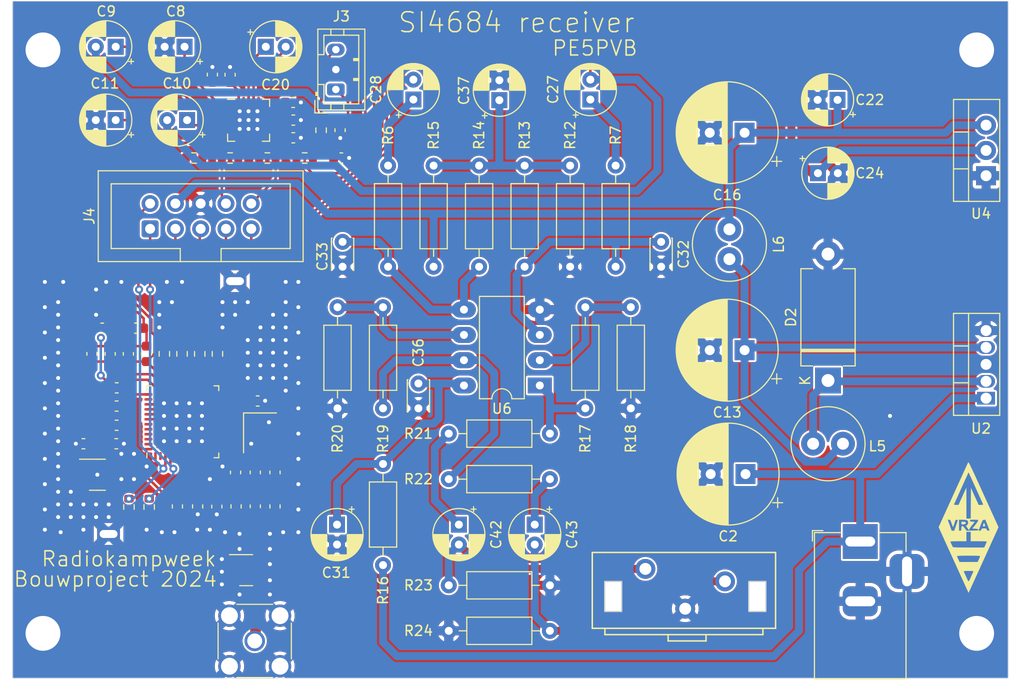
<source format=kicad_pcb>
(kicad_pcb (version 20221018) (generator pcbnew)
  (title_block (title "DAB receiver board") (date "2021-07-28") (rev "A") (company "PE5PVB"))
  (layers (0 "F.Cu" signal) (31 "B.Cu" signal) (34 "B.Paste" user) (35 "F.Paste" user) (36 "B.SilkS" user "B.Silkscreen") (37 "F.SilkS" user "F.Silkscreen") (38 "B.Mask" user) (39 "F.Mask" user) (44 "Edge.Cuts" user))
  (net 0 "")
  (net 1 "GND")
  (net 2 "+5V")
  (net 3 "+3V3")
  (net 4 "SDA")
  (net 5 "SCL")
  (net 6 "Net-(C3-Pad2)")
  (net 7 "Net-(U3-VHFI)")
  (net 8 "Net-(U3-VA)")
  (net 9 "+12V")
  (net 10 "Net-(U3-ABYP)")
  (net 11 "Net-(U5-LEFTINM)")
  (net 12 "+1V8")
  (net 13 "RST")
  (net 14 "INT")
  (net 15 "MISO")
  (net 16 "MOSI")
  (net 17 "CLK")
  (net 18 "SS")
  (net 19 "Net-(U5-LEFTINP)")
  (net 20 "Net-(U5-RIGHTINP)")
  (net 21 "Net-(U5-RIGHTINM)")
  (net 22 "Net-(U2-FB)")
  (net 23 "Net-(U3-DACREF)")
  (net 24 "Net-(U5-CPP)")
  (net 25 "Net-(U5-CPN)")
  (net 26 "Net-(U5-CPVSS)")
  (net 27 "Net-(U3-DBYP)")
  (net 28 "Net-(C28-Pad1)")
  (net 29 "Net-(U3-VHFSW)")
  (net 30 "Net-(U5-~SD)")
  (net 31 "Net-(U3-MISO)")
  (net 32 "Net-(U3-MOSI)")
  (net 33 "Net-(U3-SCLK)")
  (net 34 "Net-(U3-SSB)")
  (net 35 "Net-(U5-SDA)")
  (net 36 "Net-(U5-SCL)")
  (net 40 "Net-(D2-K)")
  (net 41 "Net-(J2-In)")
  (net 42 "Net-(U3-XTALI)")
  (net 43 "Net-(U3-XTALO)")
  (net 45 "L")
  (net 47 "R")
  (net 53 "Net-(U6A-+)")
  (net 54 "Net-(U6B-+)")
  (net 55 "Net-(U6C-V+)")
  (net 57 "Net-(U6A--)")
  (net 59 "Net-(U6B--)")
  (net 62 "Net-(C27-Pad1)")
  (net 63 "Net-(J5-IN1)")
  (net 64 "Net-(J5-IN2)")
  (net 65 "Net-(J3-Pin_1)")
  (net 66 "Net-(J3-Pin_3)")
  (net 72 "unconnected-(U3-NVMOS-Pad48)")
  (net 74 "Net-(U5-HPRIGHT)")
  (net 75 "Net-(U5-HPLEFT)")
  (net 76 "Net-(C37-Pad1)")
  (net 77 "Net-(C42-Pad1)")
  (net 78 "Net-(C43-Pad1)")
  (net 79 "Net-(R19-Pad2)")
  (net 80 "Net-(R17-Pad2)")
  (footprint "Resistor_THT:R_Axial_DIN0207_L6.3mm_D2.5mm_P10.16mm_Horizontal" (layer "F.Cu") (at 136.777 97.028 -90)
    (fp_text reference "R19")
    (fp_text value "4k7")
  )
  (footprint "Inductor_THT:L_Radial_D7.2mm_P3.00mm_Murata_1700" (layer "F.Cu") (at 171.575 92.202 90)
    (fp_text reference "L6")
    (fp_text value "22uH")
  )
  (footprint "Package_TO_SOT_THT:TO-220-3_Vertical" (layer "F.Cu") (at 197.358 83.82 90)
    (fp_text reference "U4")
    (fp_text value "LM1117T-3.3")
  )
  (footprint "Connector_Coaxial:SMA_Amphenol_132134-16_Vertical" (layer "F.Cu") (at 123.8864 130.556)
    (fp_text reference "J2" hide)
    (fp_text value "Ant")
  )
  (footprint "Capacitor_SMD:C_0603_1608Metric" (layer "F.Cu") (at 124.1848 106.4514)
    (fp_text reference "C17" hide)
    (fp_text value "1uF")
  )
  (footprint "Resistor_THT:R_Axial_DIN0207_L6.3mm_D2.5mm_P10.16mm_Horizontal" (layer "F.Cu") (at 146.429 82.804 -90)
    (fp_text reference "R14")
    (fp_text value "100k")
  )
  (footprint "Resistor_THT:R_Axial_DIN0207_L6.3mm_D2.5mm_P10.16mm_Horizontal" (layer "F.Cu") (at 155.573 92.964 90)
    (fp_text reference "R12")
    (fp_text value "39k")
  )
  (footprint "Capacitor_SMD:C_0603_1608Metric" (layer "F.Cu") (at 120.083 117.0556 -90)
    (fp_text reference "C5" hide)
    (fp_text value "2p7")
  )
  (footprint "Resistor_THT:R_Axial_DIN0207_L6.3mm_D2.5mm_P10.16mm_Horizontal" (layer "F.Cu") (at 143.381 124.968)
    (fp_text reference "R23")
    (fp_text value "100k")
  )
  (footprint "Capacitor_THT:CP_Radial_D10.0mm_P3.50mm" (layer "F.Cu") (at 173.099 101.346 180)
    (fp_text reference "C13")
    (fp_text value "220uF")
  )
  (footprint "Crystal:Crystal_SMD_3225-4Pin_3.2x2.5mm" (layer "F.Cu") (at 124.4146 109.6518 -90)
    (fp_text reference "X1" hide)
    (fp_text value "19.2MHz")
  )
  (footprint "Package_TO_SOT_SMD:SOT-23" (layer "F.Cu") (at 123.0294 123.444)
    (fp_text reference "D1" hide)
    (fp_text value "BAV99")
  )
  (footprint "Capacitor_THT:CP_Radial_D5.0mm_P2.00mm" (layer "F.Cu") (at 109.921113 78.232 180)
    (fp_text reference "C11")
    (fp_text value "10uF")
  )
  (footprint "Capacitor_THT:CP_Radial_D5.0mm_P2.00mm" (layer "F.Cu") (at 182.436113 76.2 180)
    (fp_text reference "C22")
    (fp_text value "10uF")
  )
  (footprint "Resistor_SMD:R_0603_1608Metric" (layer "F.Cu") (at 120.142 101.7148 90)
    (fp_text reference "R5" hide)
    (fp_text value "100")
  )
  (footprint "Resistor_THT:R_Axial_DIN0207_L6.3mm_D2.5mm_P10.16mm_Horizontal" (layer "F.Cu") (at 137.285 82.804 -90)
    (fp_text reference "R6")
    (fp_text value "4k7")
  )
  (footprint "Inductor_SMD:L_0603_1608Metric" (layer "F.Cu") (at 122.0134 117.0431 90)
    (fp_text reference "L1" hide)
    (fp_text value "18nH")
  )
  (footprint "Capacitor_SMD:C_0603_1608Metric" (layer "F.Cu") (at 108.5644 99.1362)
    (fp_text reference "C35" hide)
    (fp_text value "1uF")
  )
  (footprint "Diode_THT:D_DO-201_P12.70mm_Horizontal" (layer "F.Cu") (at 181.481 104.394 90)
    (fp_text reference "D2")
    (fp_text value "1N5822")
  )
  (footprint "Resistor_THT:R_Axial_DIN0207_L6.3mm_D2.5mm_P10.16mm_Horizontal" (layer "F.Cu") (at 161.669 97.028 -90)
    (fp_text reference "R18")
    (fp_text value "3k9")
  )
  (footprint "Capacitor_SMD:C_0603_1608Metric" (layer "F.Cu") (at 127.762 78.232)
    (fp_text reference "C19" hide)
    (fp_text value "100n")
  )
  (footprint "Capacitor_THT:CP_Radial_D5.0mm_P2.00mm" (layer "F.Cu") (at 116.84 70.866 180)
    (fp_text reference "C8")
    (fp_text value "10uF")
  )
  (footprint "Inductor_SMD:L_0603_1608Metric" (layer "F.Cu") (at 125.925 117.0433 90)
    (fp_text reference "L2" hide)
    (fp_text value "BEAD")
  )
  (footprint "Package_DIP:DIP-8_W7.62mm_LongPads" (layer "F.Cu") (at 152.525 104.892 180)
    (fp_text reference "U6")
    (fp_text value "NE5532")
  )
  (footprint "Resistor_SMD:R_0603_1608Metric" (layer "F.Cu") (at 128.905 82.042)
    (fp_text reference "R10" hide)
    (fp_text value "220")
  )
  (footprint "Resistor_THT:R_Axial_DIN0207_L6.3mm_D2.5mm_P10.16mm_Horizontal" (layer "F.Cu") (at 141.857 82.804 -90)
    (fp_text reference "R15")
    (fp_text value "39k")
  )
  (footprint "Resistor_SMD:R_0603_1608Metric" (layer "F.Cu") (at 113.284 117.094 90)
    (fp_text reference "R25" hide)
    (fp_text value "10k")
  )
  (footprint "Capacitor_SMD:C_0603_1608Metric" (layer "F.Cu") (at 111.955 99.1362)
    (fp_text reference "C26" hide)
    (fp_text value "1uF")
  )
  (footprint "Capacitor_THT:CP_Radial_D5.0mm_P2.00mm" (layer "F.Cu") (at 125 70.866)
    (fp_text reference "C20")
    (fp_text value "1uF")
  )
  (footprint "Capacitor_THT:CP_Radial_D5.0mm_P2.00mm" (layer "F.Cu") (at 148.461 76.232 90)
    (fp_text reference "C37")
    (fp_text value "10uF")
  )
  (footprint "Library:FC68405_cinch" (layer "F.Cu") (at 171.132 115.317 180)
    (fp_text reference "J5" hide)
    (fp_text value "AUDIO" hide)
    (fp_line (start -4.1 -12.28) (end -2.4 -12.28) (stroke (width 0.12)) (layer "Edge.Cuts"))
    (fp_line (start -4.1 -9.26) (end -4.1 -12.28) (stroke (width 0.12)) (layer "Edge.Cuts"))
    (fp_line (start -2.4 -12.28) (end -2.4 -9.26) (stroke (width 0.12)) (layer "Edge.Cuts"))
    (fp_line (start -2.4 -9.26) (end -4.1 -9.26) (stroke (width 0.12)) (layer "Edge.Cuts"))
    (fp_line (start 10.38 -12.28) (end 12.08 -12.28) (stroke (width 0.12)) (layer "Edge.Cuts"))
    (fp_line (start 10.38 -9.26) (end 10.38 -12.28) (stroke (width 0.12)) (layer "Edge.Cuts"))
    (fp_line (start 12.08 -12.28) (end 12.08 -9.26) (stroke (width 0.12)) (layer "Edge.Cuts"))
    (fp_line (start 12.08 -9.26) (end 10.38 -9.26) (stroke (width 0.12)) (layer "Edge.Cuts"))
  )
  (footprint "Resistor_THT:R_Axial_DIN0207_L6.3mm_D2.5mm_P10.16mm_Horizontal" (layer "F.Cu") (at 157.097 97.028 -90)
    (fp_text reference "R17")
    (fp_text value "4k7")
  )
  (footprint "Resistor_SMD:R_0603_1608Metric" (layer "F.Cu") (at 130.556 79.248 90)
    (fp_text reference "R11" hide)
    (fp_text value "220")
  )
  (footprint "Capacitor_SMD:C_0603_1608Metric" (layer "F.Cu") (at 123.9438 113.6272 90)
    (fp_text reference "C7" hide)
    (fp_text value "2n2")
  )
  (footprint "Capacitor_SMD:C_0603_1608Metric" (layer "F.Cu") (at 109.3642 101.7148 90)
    (fp_text reference "C29" hide)
    (fp_text value "8p2")
  )
  (footprint "Capacitor_THT:C_Disc_D3.0mm_W2.0mm_P2.50mm" (layer "F.Cu") (at 132.713 90.464 -90)
    (fp_text reference "C33")
    (fp_text value "10p")
  )
  (footprint "Capacitor_SMD:C_0603_1608Metric" (layer "F.Cu") (at 121.9626 113.6272 90)
    (fp_text reference "C12" hide)
    (fp_text value "8p2")
  )
  (footprint "Package_DFN_QFN:QFN-20-1EP_4x4mm_P0.5mm_EP2.7x2.7mm" (layer "F.Cu") (at 123.272 78.248)
    (fp_text reference "U5" hide)
    (fp_text value "TPA6130A2RTJTG4")
  )
  (footprint "Capacitor_THT:CP_Radial_D5.0mm_P2.00mm" (layer "F.Cu") (at 132.1562 118.872 -90)
    (fp_text reference "C31")
    (fp_text value "10uF")
  )
  (footprint "Capacitor_THT:CP_Radial_D5.0mm_P2.00mm" (layer "F.Cu") (at 117.094 78.232 180)
    (fp_text reference "C10")
    (fp_text value "10uF")
  )
  (footprint "Capacitor_SMD:C_0603_1608Metric" (layer "F.Cu") (at 123.9438 117.0308 90)
    (fp_text reference "C3" hide)
    (fp_text value "33p")
  )
  (footprint "Resistor_SMD:R_0603_1608Metric" (layer "F.Cu") (at 111.252 117.094 90)
    (fp_text reference "R26" hide)
    (fp_text value "10k")
  )
  (footprint "Capacitor_SMD:C_0603_1608Metric" (layer "F.Cu") (at 110.0116 106.9594 180)
    (fp_text reference "C40" hide)
    (fp_text value "2n2")
  )
  (footprint "Library:VRZA" (layer "F.Cu") (at 195.58 119.126)
    (fp_text reference "G***" hide)
    (fp_text value "LOGO" hide)
  )
  (footprint "Capacitor_THT:C_Disc_D3.0mm_W2.0mm_P2.50mm" (layer "F.Cu") (at 164.717 90.464 -90)
    (fp_text reference "C32")
    (fp_text value "10p")
  )
  (footprint "Capacitor_THT:CP_Radial_D5.0mm_P2.00mm" (layer "F.Cu") (at 180.465 83.566)
    (fp_text reference "C24")
    (fp_text value "10uF")
  )
  (footprint "Resistor_SMD:R_0603_1608Metric" (layer "F.Cu") (at 121.412 82.042 180)
    (fp_text reference "R8" hide)
    (fp_text value "100")
  )
  (footprint "Resistor_THT:R_Axial_DIN0207_L6.3mm_D2.5mm_P10.16mm_Horizontal" (layer "F.Cu") (at 151.001 92.964 90)
    (fp_text reference "R13")
    (fp_text value "100k")
  )
  (footprint "Resistor_THT:R_Axial_DIN0207_L6.3mm_D2.5mm_P10.16mm_Horizontal" (layer "F.Cu") (at 143.381 114.3)
    (fp_text reference "R22")
    (fp_text value "220")
  )
  (footprint "Library:25x25 can" (layer "F.Cu") (at 102.8044 94.4118)
    (fp_text reference "REF**" hide)
    (fp_text value "25x25 can")
  )
  (footprint "Resistor_THT:R_Axial_DIN0207_L6.3mm_D2.5mm_P10.16mm_Horizontal" (layer "F.Cu") (at 153.541 129.54 180)
    (fp_text reference "R24")
    (fp_text value "100k")
  )
  (footprint "Capacitor_SMD:C_0603_1608Metric" (layer "F.Cu") (at 110.0116 108.8898 180)
    (fp_text reference "C41" hide)
    (fp_text value "1uF")
  )
  (footprint "Inductor_THT:L_Radial_D7.2mm_P3.00mm_Murata_1700" (layer "F.Cu") (at 179.981 110.744)
    (fp_text reference "L5")
    (fp_text value "33uH")
  )
  (footprint "Resistor_SMD:R_0603_1608Metric" (layer "F.Cu") (at 117.793 82.042)
    (fp_text reference "R1" hide)
    (fp_text value "4k7")
  )
  (footprint "Capacitor_THT:CP_Radial_D5.0mm_P2.00mm" (layer "F.Cu") (at 109.921113 70.866 180)
    (fp_text reference "C9")
    (fp_text value "10uF")
  )
  (footprint "Capacitor_THT:CP_Radial_D5.0mm_P2.00mm" (layer "F.Cu") (at 139.825 76.168 90)
    (fp_text reference "C28")
    (fp_text value "10uF")
  )
  (footprint "Package_DFN_QFN:QFN-48-1EP_7x7mm_P0.5mm_EP5.3x5.3mm" (layer "F.Cu") (at 116.6646 108.5386 90)
    (fp_text reference "U3" hide)
    (fp_text value "SI4684-A10-GM")
  )
  (footprint "Capacitor_SMD:C_0603_1608Metric" (layer "F.Cu") (at 127.762 80.01)
    (fp_text reference "C15" hide)
    (fp_text value "1uF")
  )
  (footprint "Capacitor_THT:CP_Radial_D5.0mm_P2.00mm" (layer "F.Cu") (at 157.605 76.168 90)
    (fp_text reference "C27")
    (fp_text value "10uF")
  )
  (footprint "Resistor_THT:R_Axial_DIN0207_L6.3mm_D2.5mm_P10.16mm_Horizontal" (layer "F.Cu") (at 132.205 97.028 -90)
    (fp_text reference "R20")
    (fp_text value "3k9")
  )
  (footprint "Capacitor_SMD:C_0603_1608Metric" (layer "F.Cu") (at 110.0246 105.1306 180)
    (fp_text reference "C38" hide)
    (fp_text value "8p2")
  )
  (footprint "Connector_BarrelJack:BarrelJack_Horizontal" (layer "F.Cu") (at 184.7165 120.571 90)
    (fp_text reference "J1" hide)
    (fp_text value "DC IN")
  )
  (footprint "Package_TO_SOT_THT:TO-220-5_Vertical" (layer "F.Cu") (at 197.358 106.172 90)
    (fp_text reference "U2")
    (fp_text value "LM2596T-5")
  )
  (footprint "Resistor_SMD:R_0603_1608Metric" (layer "F.Cu") (at 116.586 101.7148 90)
    (fp_text reference "R3" hide)
    (fp_text value "100")
  )
  (footprint "Inductor_SMD:L_0603_1608Metric" (layer "F.Cu") (at 118.1526 117.0431 -90)
    (fp_text reference "L3" hide)
    (fp_text value "120nH")
  )
  (footprint "Capacitor_THT:CP_Radial_D5.0mm_P2.00mm" (layer "F.Cu") (at 144.397 118.872 -90)
    (fp_text reference "C42")
    (fp_text value "47uF")
  )
  (footprint "Connector_JST:JST_PH_B3B-PH-K_1x03_P2.00mm_Vertical" (layer "F.Cu") (at 132.038 75.152 90)
    (fp_text reference "J3")
    (fp_text value "Headphones" hide)
  )
  (footprint "Capacitor_SMD:C_0603_1608Metric" (layer "F.Cu") (at 125.925 113.6272 90)
    (fp_text reference "C6" hide)
    (fp_text value "100n")
  )
  (footprint "Inductor_SMD:L_0603_1608Metric" (layer "F.Cu") (at 116.1206 117.0433 90)
    (fp_text reference "L4" hide)
    (fp_text value "22nH")
  )
  (footprint "Resistor_SMD:R_0603_1608Metric" (layer "F.Cu") (at 114.808 101.7148 90)
    (fp_text reference "R2" hide)
    (fp_text value "100")
  )
  (footprint "Capacitor_SMD:C_0603_1608Metric" (layer "F.Cu") (at 119.634 73.66 90)
    (fp_text reference "C14" hide)
    (fp_text value "1uF")
  )
  (footprint "Resistor_THT:R_Axial_DIN0207_L6.3mm_D2.5mm_P10.16mm_Horizontal" (layer "F.Cu") (at 136.777 122.936 90)
    (fp_text reference "R16")
    (fp_text value "10")
  )
  (footprint "Capacitor_SMD:C_0603_1608Metric" (layer "F.Cu") (at 109.982 110.744)
    (fp_text reference "C4" hide)
    (fp_text value "1uF")
  )
  (footprint "Connector_IDC:IDC-Header_2x05_P2.54mm_Vertical" (layer "F.Cu") (at 113.3774 89.154 90)
    (fp_text reference "J4")
    (fp_text value "FRONT-PCB")
  )
  (footprint "Resistor_SMD:R_0603_1608Metric" (layer "F.Cu") (at 118.364 101.7148 90)
    (fp_text reference "R4" hide)
    (fp_text value "100")
  )
  (footprint "Capacitor_SMD:C_0603_1608Metric" (layer "F.Cu") (at 127.749 76.454)
    (fp_text reference "C21" hide)
    (fp_text value "100n")
  )
  (footprint "Capacitor_SMD:C_0603_1608Metric" (layer "F.Cu") (at 107.5354 101.7148 90)
    (fp_text reference "C30" hide)
    (fp_text value "2n2")
  )
  (footprint "Capacitor_SMD:C_0603_1608Metric" (layer "F.Cu") (at 111.193 101.7148 90)
    (fp_text reference "C25" hide)
    (fp_text value "2n2")
  )
  (footprint "Capacitor_SMD:C_0603_1608Metric" (layer "F.Cu") (at 113.0218 101.7148 90)
    (fp_text reference "C23" hide)
    (fp_text value "8p2")
  )
  (footprint "Capacitor_SMD:C_0603_1608Metric" (layer "F.Cu") (at 121.412 73.673 90)
    (fp_text reference "C18" hide)
    (fp_text value "100n")
  )
  (footprint "Capacitor_SMD:C_0603_1608Metric" (layer "F.Cu") (at 132.588 82.042)
    (fp_text reference "C34" hide)
    (fp_text value "270p")
  )
  (footprint "Capacitor_THT:CP_Radial_D10.0mm_P3.50mm" (layer "F.Cu") (at 173.192677 113.792 180)
    (fp_text reference "C2")
    (fp_text value "220uF")
  )
  (footprint "Resistor_THT:R_Axial_DIN0207_L6.3mm_D2.5mm_P10.16mm_Horizontal" (layer "F.Cu") (at 160.145 82.804 -90)
    (fp_text reference "R7")
    (fp_text value "4k7")
  )
  (footprint "Capacitor_SMD:C_0603_1608Metric" (layer "F.Cu") (at 106.68 110.744 180)
    (fp_text reference "C1" hide)
    (fp_text value "1uF")
  )
  (footprint "Package_TO_SOT_SMD:SOT-23-5" (layer "F.Cu") (at 108.0825 113.858)
    (fp_text reference "U1" hide)
    (fp_text value "MIC5504-1.8YM5")
  )
  (footprint "Capacitor_THT:C_Disc_D3.0mm_W2.0mm_P2.50mm" (layer "F.Cu") (at 140.333 104.688 -90)
    (fp_text reference "C36")
    (fp_text value "10p")
  )
  (footprint "Resistor_THT:R_Axial_DIN0207_L6.3mm_D2.5mm_P10.16mm_Horizontal" (layer "F.Cu") (at 153.541 109.728 180)
    (fp_text reference "R21")
    (fp_text value "220")
  )
  (footprint "Capacitor_SMD:C_0603_1608Metric" (layer "F.Cu") (at 132.461 79.248 -90)
    (fp_text reference "C39" hide)
    (fp_text value "270p")
  )
  (footprint "Resistor_SMD:R_0603_1608Metric" (layer "F.Cu") (at 125.159 82.042)
    (fp_text reference "R9" hide)
    (fp_text value "100")
  )
  (footprint "Capacitor_THT:CP_Radial_D10.0mm_P3.50mm" (layer "F.Cu") (at 173.099 79.502 180)
    (fp_text reference "C16")
    (fp_text value "100uF")
  )
  (footprint "Capacitor_THT:CP_Radial_D5.0mm_P2.00mm" (layer "F.Cu") (at 152.017 118.872 -90)
    (fp_text reference "C43")
    (fp_text value "47uF")
  )
  (gr_line (start 99.568 134.29) (end 99.568 66.29) (stroke (width 0.05)) (layer "Edge.Cuts"))
  (gr_line (start 199.568 134.29) (end 199.568 66.29) (stroke (width 0.05)) (layer "Edge.Cuts"))
  (gr_line (start 99.568 134.29) (end 199.568 134.29) (stroke (width 0.05)) (layer "Edge.Cuts"))
  (gr_line (start 99.568 66.29) (end 199.568 66.29) (stroke (width 0.05)) (layer "Edge.Cuts"))
  (gr_text "Bouwproject 2024" (at 99.568 125.222) (layer "F.SilkS") (effects (font (size 1.5 1.5)) (justify left bottom)))
  (gr_text "SI4684 receiver" (at 138.176 69.596) (layer "F.SilkS") (effects (font (size 2 2)) (justify left bottom)))
  (gr_text "PE5PVB" (at 153.67 71.882) (layer "F.SilkS") (effects (font (size 1.5 1.5)) (justify left bottom)))
  (gr_text "Radiokampweek" (at 102.362 123.19) (layer "F.SilkS") (effects (font (size 1.5 1.5)) (justify left bottom)))
  (segment (start 122.772 77.748) (end 123.272 78.248) (width 0.25) (layer "F.Cu") (net 1))
  (segment (start 116.4146 111.9886) (end 116.4146 108.7886) (width 0.25) (layer "F.Cu") (net 1))
  (segment (start 113.2146 107.2886) (end 115.4146 107.2886) (width 0.25) (layer "F.Cu") (net 1))
  (segment (start 115.4146 107.2886) (end 116.6646 108.5386) (width 0.25) (layer "F.Cu") (net 1))
  (segment (start 117.4146 111.9886) (end 117.4146 109.2886) (width 0.25) (layer "F.Cu") (net 1))
  (segment (start 124.272 79.248) (end 123.272 78.248) (width 0.25) (layer "F.Cu") (net 1))
  (segment (start 115.9146 111.9886) (end 115.9146 109.2886) (width 0.25) (layer "F.Cu") (net 1))
  (segment (start 116.4146 108.2886) (end 116.6646 108.5386) (width 0.25) (layer "F.Cu") (net 1))
  (segment (start 113.2146 108.2886) (end 116.4146 108.2886) (width 0.25) (layer "F.Cu") (net 1))
  (segment (start 116.4146 108.7886) (end 116.6646 108.5386) (width 0.25) (layer "F.Cu") (net 1))
  (segment (start 122.772 76.298) (end 122.772 77.748) (width 0.25) (layer "F.Cu") (net 1))
  (segment (start 113.2146 107.7886) (end 115.9146 107.7886) (width 0.25) (layer "F.Cu") (net 1))
  (segment (start 123.772 80.198) (end 123.772 78.748) (width 0.25) (layer "F.Cu") (net 1))
  (segment (start 117.9146 109.7886) (end 116.6646 108.5386) (width 0.25) (layer "F.Cu") (net 1))
  (segment (start 116.711 108.585) (end 116.6646 108.5386) (width 0.25) (layer "F.Cu") (net 1))
  (segment (start 121.322 78.248) (end 123.272 78.248) (width 0.25) (layer "F.Cu") (net 1))
  (segment (start 124.272 80.198) (end 124.272 79.248) (width 0.25) (layer "F.Cu") (net 1))
  (segment (start 115.9146 107.7886) (end 116.6646 108.5386) (width 0.25) (layer "F.Cu") (net 1))
  (segment (start 117.9146 111.9886) (end 117.9146 109.7886) (width 0.25) (layer "F.Cu") (net 1))
  (segment (start 115.9146 109.2886) (end 116.6646 108.5386) (width 0.25) (layer "F.Cu") (net 1))
  (segment (start 113.2146 106.7886) (end 114.9146 106.7886) (width 0.25) (layer "F.Cu") (net 1))
  (segment (start 117.4146 109.2886) (end 116.8064 108.6804) (width 0.25) (layer "F.Cu") (net 1))
  (segment (start 116.9146 108.7886) (end 116.6646 108.5386) (width 0.25) (layer "F.Cu") (net 1))
  (segment (start 114.9146 106.7886) (end 116.6646 108.5386) (width 0.25) (layer "F.Cu") (net 1))
  (segment (start 116.8064 108.585) (end 116.711 108.585) (width 0.25) (layer "F.Cu") (net 1))
  (segment (start 125.222 78.248) (end 123.272 78.248) (width 0.25) (layer "F.Cu") (net 1))
  (segment (start 123.772 78.748) (end 123.272 78.248) (width 0.25) (layer "F.Cu") (net 1))
  (segment (start 116.9146 111.9886) (end 116.9146 108.7886) (width 0.25) (layer "F.Cu") (net 1))
  (segment (start 116.8064 108.6804) (end 116.8064 108.585) (width 0.25) (layer "F.Cu") (net 1))
  (via (at 102.616 129.794) (size 5.5) (drill 3.5) (layers "F.Cu" "B.Cu") (net 1))
  (via (at 196.41 129.794) (size 5.5) (drill 3.5) (layers "F.Cu" "B.Cu") (net 1))
  (via (at 196.41 71.181) (size 5.5) (drill 3.5) (layers "F.Cu" "B.Cu") (net 1))
  (via (at 102.616 71.181) (size 5.5) (drill 3.5) (layers "F.Cu" "B.Cu") (net 1))
  (via (at 119.634 72.898) (size 0.8) (drill 0.4) (layers "F.Cu" "B.Cu") (net 1))
  (via (at 102.8044 109.728) (size 0.8) (drill 0.4) (layers "F.Cu" "B.Cu") (net 1))
  (via (at 109.22 116.84) (size 0.8) (drill 0.4) (layers "F.Cu" "B.Cu") (net 1))
  (via (at 120.65 96.52) (size 0.8) (drill 0.4) (layers "F.Cu" "B.Cu") (net 1))
  (via (at 102.8044 102.108) (size 0.8) (drill 0.4) (layers "F.Cu" "B.Cu") (net 1))
  (via (at 128.27 112.268) (size 0.8) (drill 0.4) (layers "F.Cu" "B.Cu") (net 1))
  (via (at 128.27 117.348) (size 0.8) (drill 0.4) (layers "F.Cu" "B.Cu") (net 1))
  (via (at 120.65 113.03) (size 0.8) (drill 0.4) (layers "F.Cu" "B.Cu") (net 1))
  (via (at 124.46 104.14) (size 0.8) (drill 0.4) (layers "F.Cu" "B.Cu") (net 1))
  (via (at 120.5844 123.603) (size 0.8) (drill 0.4) (layers "F.Cu" "B.Cu") (net 1))
  (via (at 110.49 111.76) (size 0.8) (drill 0.4) (layers "F.Cu" "B.Cu") (net 1))
  (via (at 104.648 94.488) (size 0.8) (drill 0.4) (layers "F.Cu" "B.Cu") (net 1))
  (via (at 124.46 102.87) (size 0.8) (drill 0.4) (layers "F.Cu" "B.Cu") (net 1))
  (via (at 127 97.79) (size 0.8) (drill 0.4) (layers "F.Cu" "B.Cu") (net 1))
  (via (at 102.8044 119.38) (size 0.8) (drill 0.4) (layers "F.Cu" "B.Cu") (net 1))
  (via (at 114.3 97.79) (size 0.8) (drill 0.4) (layers "F.Cu" "B.Cu") (net 1))
  (via (at 107.95 118.11) (size 0.8) (drill 0.4) (layers "F.Cu" "B.Cu") (net 1))
  (via (at 104.14 106.68) (size 0.8) (drill 0.4) (layers "F.Cu" "B.Cu") (net 1))
  (via (at 127 101.6) (size 0.8) (drill 0.4) (layers "F.Cu" "B.Cu") (net 1))
  (via (at 115.57 96.52) (size 0.8) (drill 0.4) (layers "F.Cu" "B.Cu") (net 1))
  (via (at 128.27 102.108) (size 0.8) (drill 0.4) (layers "F.Cu" "B.Cu") (net 1))
  (via (at 110.744 110.744) (size 0.8) (drill 0.4) (layers "F.Cu" "B.Cu") (net 1))
  (via (at 124.46 99.06) (size 0.8) (drill 0.4) (layers "F.Cu" "B.Cu") (net 1))
  (via (at 118.5844 106.68) (size 0.8) (drill 0.4) (layers "F.Cu" "B.Cu") (net 1))
  (via (at 104.14 107.95) (size 0.8) (drill 0.4) (layers "F.Cu" "B.Cu") (net 1))
  (via (at 107.95 116.84) (size 0.8) (drill 0.4) (layers "F.Cu" "B.Cu") (net 1))
  (via (at 113.03 113.03) (size 0.8) (drill 0.4) (layers "F.Cu" "B.Cu") (net 1))
  (via (at 116.0444 109.22) (size 0.8) (drill 0.4) (layers "F.Cu" "B.Cu") (net 1))
  (via (at 102.8044 107.188) (size 0.8) (drill 0.4) (layers "F.Cu" "B.Cu") (net 1))
  (via (at 117.3144 107.95) (size 0.8) (drill 0.4) (layers "F.Cu" "B.Cu") (net 1))
  (via (at 125.4104 119.793) (size 0.8) (drill 0.4) (layers "F.Cu" "B.Cu") (net 1))
  (via (at 122.3624 119.793) (size 0.8) (drill 0.4) (layers "F.Cu" "B.Cu") (net 1))
  (via (at 123.19 102.87) (size 0.8) (drill 0.4) (layers "F.Cu" "B.Cu") (net 1))
  (via (at 117.3144 110.49) (size 0.8) (drill 0.4) (layers "F.Cu" "B.Cu") (net 1))
  (via (at 128.27 94.488) (size 0.8) (drill 0.4) (layers "F.Cu" "B.Cu") (net 1))
  (via (at 121.92 96.52) (size 0.8) (drill 0.4) (layers "F.Cu" "B.Cu") (net 1))
  (via (at 127 96.52) (size 0.8) (drill 0.4) (layers "F.Cu" "B.Cu") (net 1))
  (via (at 124.46 101.6) (size 0.8) (drill 0.4) (layers "F.Cu" "B.Cu") (net 1))
  (via (at 128.27 104.648) (size 0.8) (drill 0.4) (layers "F.Cu" "B.Cu") (net 1))
  (via (at 107.95 97.79) (size 0.8) (drill 0.4) (layers "F.Cu" "B.Cu") (net 1))
  (via (at 114.7744 107.95) (size 0.8) (drill 0.4) (layers "F.Cu" "B.Cu") (net 1))
  (via (at 104.14 97.79) (size 0.8) (drill 0.4) (layers "F.Cu" "B.Cu") (net 1))
  (via (at 114.3 99.06) (size 0.8) (drill 0.4) (layers "F.Cu" "B.Cu") (net 1))
  (via (at 117.3144 109.22) (size 0.8) (drill 0.4) (layers "F.Cu" "B.Cu") (net 1))
  (via (at 120.074588 117.842517) (size 0.8) (drill 0.4) (layers "F.Cu" "B.Cu") (net 1))
  (via (at 104.14 96.52) (size 0.8) (drill 0.4) (layers "F.Cu" "B.Cu") (net 1))
  (via (at 118.164392 117.832821) (size 0.8) (drill 0.4) (layers "F.Cu" "B.Cu") (net 1))
  (via (at 125.3154 108.585) (size 0.8) (drill 0.4) (layers "F.Cu" "B.Cu") (net 1))
  (via (at 125.4104 121.317) (size 0.8) (drill 0.4) (layers "F.Cu" "B.Cu") (net 1))
  (via (at 121.92 97.79) (size 0.8) (drill 0.4) (layers "F.Cu" "B.Cu") (net 1))
  (via (at 123.5374 110.744) (size 0.8) (drill 0.4) (layers "F.Cu" "B.Cu") (net 1))
  (via (at 114.554 119.634) (size 0.8) (drill 0.4) (layers "F.Cu" "B.Cu") (net 1))
  (via (at 125.4104 122.841) (size 0.8) (drill 0.4) (layers "F.Cu" "B.Cu") (net 1))
  (via (at 121.412 72.898) (size 0.8) (drill 0.4) (layers "F.Cu" "B.Cu") (net 1))
  (via (at 123.2662 79.121) (size 0.8) (drill 0.4) (layers "F.Cu" "B.Cu") (net 1))
  (via (at 105.41 118.11) (size 0.8) (drill 0.4) (layers "F.Cu" "B.Cu") (net 1))
  (via (at 111.76 114.3) (size 0.8) (drill 0.4) (layers "F.Cu" "B.Cu") (net 1))
  (via (at 127 104.14) (size 0.8) (drill 0.4) (layers "F.Cu" "B.Cu") (net 1))
  (via (at 123.2662 78.232) (size 0.8) (drill 0.4) (layers "F.Cu" "B.Cu") (net 1))
  (via (at 128.27 99.568) (size 0.8) (drill 0.4) (layers "F.Cu" "B.Cu") (net 1))
  (via (at 128.524 76.454) (size 0.8) (drill 0.4) (layers "F.Cu" "B.Cu") (net 1))
  (via (at 104.14 99.06) (size 0.8) (drill 0.4) (layers "F.Cu" "B.Cu") (net 1))
  (via (at 120.5844 124.873) (size 0.8) (drill 0.4) (layers "F.Cu" "B.Cu") (net 1))
  (via (at 110.49 114.3) (size 0.8) (drill 0.4) (layers "F.Cu" "B.Cu") (net 1))
  (via (at 128.27 119.634) (size 0.8) (drill 0.4) (layers "F.Cu" "B.Cu") (net 1))
  (via (at 115.062 94.488) (size 0.8) (drill 0.4) (layers "F.Cu" "B.Cu") (net 1))
  (via (at 122.3772 77.343) (size 0.8) (drill 0.4) (layers "F.Cu" "B.Cu") (net 1))
  (via (at 125.4104 125.889) (size 0.8) (drill 0.4) (layers "F.Cu" "B.Cu") (net 1))
  (via (at 120.65 97.79) (size 0.8) (drill 0.4) (layers "F.Cu" "B.Cu") (net 1))
  (via (at 125.73 100.33) (size 0.8) (drill 0.4) (layers "F.Cu" "B.Cu") (net 1))
  (via (at 120.5844 122.333) (size 0.8) (drill 0.4) (layers "F.Cu" "B.Cu") (net 1))
  (via (at 120.904 119.634) (size 0.8) (drill 0.4) (layers "F.Cu" "B.Cu") (net 1))
  (via (at 109.22 118.11) (size 0.8) (drill 0.4) (layers "F.Cu" "B.Cu") (net 1))
  (via (at 124.1552 78.232) (size 0.8) (drill 0.4) (layers "F.Cu" "B.Cu") (net 1))
  (via (at 127 99.06) (size 0.8) (drill 0.4) (layers "F.Cu" "B.Cu") (net 1))
  (via (at 108.966 94.488) (size 0.8) (drill 0.4) (layers "F.Cu" "B.Cu") (net 1))
  (via (at 106.68 118.11) (size 0.8) (drill 0.4) (layers "F.Cu" "B.Cu") (net 1))
  (via (at 115.824 119.634) (size 0.8) (drill 0.4) (layers "F.Cu" "B.Cu") (net 1))
  (via (at 104.14 102.87) (size 0.8) (drill 0.4) (layers "F.Cu" "B.Cu") (net 1))
  (via (at 102.8044 112.268) (size 0.8) (drill 0.4) (layers "F.Cu" "B.Cu") (net 1))
  (via (at 120.65 99.06) (size 0.8) (drill 0.4) (layers "F.Cu" "B.Cu") (net 1))
  (via (at 124.9344 106.426) (size 0.8) (drill 0.4) (layers "F.Cu" "B.Cu") (net 1))
  (via (at 125.73 104.14) (size 0.8) (drill 0.4) (layers "F.Cu" "B.Cu") (net 1))
  (via (at 125.73 102.87) (size 0.8) (drill 0.4) (layers "F.Cu" "B.Cu") (net 1))
  (via (at 102.8044 104.648) (size 0.8) (drill 0.4) (layers "F.Cu" "B.Cu") (net 1))
  (via (at 104.14 113.03) (size 0.8) (drill 0.4) (layers "F.Cu" "B.Cu") (net 1))
  (via (at 110.49 94.488) (size 0.8) (drill 0.4) (layers "F.Cu" "B.Cu") (net 1))
  (via (at 113.03 119.38) (size 0.8) (drill 0.4) (layers "F.Cu" "B.Cu") (net 1))
  (via (at 119.38 114.3) (size 0.8) (drill 0.4) (layers "F.Cu" "B.Cu") (net 1))
  (via (at 102.8044 117.348) (size 0.8) (drill 0.4) (layers "F.Cu" "B.Cu") (net 1))
  (via (at 118.5844 107.95) (size 0.8) (drill 0.4) (layers "F.Cu" "B.Cu") (net 1))
  (via (at 127 102.87) (size 0.8) (drill 0.4) (layers "F.Cu" "B.Cu") (net 1))
  (via (at 104.14 109.22) (size 0.8) (drill 0.4) (layers "F.Cu" "B.Cu") (net 1))
  (via (at 118.11 119.38) (size 0.8) (drill 0.4) (layers "F.Cu" "B.Cu") (net 1))
  (via (at 102.8044 97.028) (size 0.8) (drill 0.4) (layers "F.Cu" "B.Cu") (net 1))
  (via (at 133.373069 82.034595) (size 0.8) (drill 0.4) (layers "F.Cu" "B.Cu") (net 1))
  (via (at 119.38 119.38) (size 0.8) (drill 0.4) (layers "F.Cu" "B.Cu") (net 1))
  (via (at 123.19 104.14) (size 0.8) (drill 0.4) (layers "F.Cu" "B.Cu") (net 1))
  (via (at 124.1552 79.121) (size 0.8) (drill 0.4) (layers "F.Cu" "B.Cu") (net 1))
  (via (at 128.27 97.028) (size 0.8) (drill 0.4) (layers "F.Cu" "B.Cu") (net 1))
  (via (at 104.14 111.76) (size 0.8) (drill 0.4) (layers "F.Cu" "B.Cu") (net 1))
  (via (at 114.7744 110.49) (size 0.8) (drill 0.4) (layers "F.Cu" "B.Cu") (net 1))
  (via (at 106.68 119.38) (size 0.8) (drill 0.4) (layers "F.Cu" "B.Cu") (net 1))
  (via (at 118.5844 109.22) (size 0.8) (drill 0.4) (layers "F.Cu" "B.Cu") (net 1))
  (via (at 128.524 78.232) (size 0.8) (drill 0.4) (layers "F.Cu" "B.Cu") (net 1))
  (via (at 125.73 99.06) (size 0.8) (drill 0.4) (layers "F.Cu" "B.Cu") (net 1))
  (via (at 104.14 115.57) (size 0.8) (drill 0.4) (layers "F.Cu" "B.Cu") (net 1))
  (via (at 122.3772 78.232) (size 0.8) (drill 0.4) (layers "F.Cu" "B.Cu") (net 1))
  (via (at 123.19 101.6) (size 0.8) (drill 0.4) (layers "F.Cu" "B.Cu") (net 1))
  (via (at 116.0444 110.49) (size 0.8) (drill 0.4) (layers "F.Cu" "B.Cu") (net 1))
  (via (at 124.1552 77.343) (size 0.8) (drill 0.4) (layers "F.Cu" "B.Cu") (net 1))
  (via (at 104.14 118.11) (size 0.8) (drill 0.4) (layers "F.Cu" "B.Cu") (net 1))
  (via (at 126.746 119.634) (size 0.8) (drill 0.4) (layers "F.Cu" "B.Cu") (net 1))
  (via (at 104.14 104.14) (size 0.8) (drill 0.4) (layers "F.Cu" "B.Cu") (net 1))
  (via (at 128.524 80.01) (size 0.8) (drill 0.4) (layers "F.Cu" "B.Cu") (net 1))
  (via (at 116.586 94.488) (size 0.8) (drill 0.4) (layers "F.Cu" "B.Cu") (net 1))
  (via (at 102.8044 94.488) (size 0.8) (drill 0.4) (layers "F.Cu" "B.Cu") (net 1))
  (via (at 105.41 115.57) (size 0.8) (drill 0.4) (layers "F.Cu" "B.Cu") (net 1))
  (via (at 104.14 110.49) (size 0.8) (drill 0.4) (layers "F.Cu" "B.Cu") (net 1))
  (via (at 114.7744 109.22) (size 0.8) (drill 0.4) (layers "F.Cu" "B.Cu") (net 1))
  (via (at 128.27 114.808) (size 0.8) (drill 0.4) (layers "F.Cu" "B.Cu") (net 1))
  (via (at 125.73 97.79) (size 0.8) (drill 0.4) (layers "F.Cu" "B.Cu") (net 1))
  (via (at 123.2662 77.343) (size 0.8) (drill 0.4) (layers "F.Cu" "B.Cu") (net 1))
  (via (at 123.19 96.52) (size 0.8) (drill 0.4) (layers "F.Cu" "B.Cu") (net 1))
  (via (at 105.918 110.744) (size 0.8) (drill 0.4) (layers "F.Cu" "B.Cu") (net 1))
  (via (at 104.14 105.41) (size 0.8) (drill 0.4) (layers "F.Cu" "B.Cu") (net 1))
  (via (at 105.41 116.84) (size 0.8) (drill 0.4) (layers "F.Cu" "B.Cu") (net 1))
  (via (at 102.8044 99.568) (size 0.8) (drill 0.4) (layers "F.Cu" "B.Cu") (net 1))
  (via (at 116.0444 107.95) (size 0.8) (drill 0.4) (layers "F.Cu" "B.Cu") (net 1))
  (via (at 104.14 101.6) (size 0.8) (drill 0.4) (layers "F.Cu" "B.Cu") (net 1))
  (via (at 122.3624 125.889) (size 0.8) (drill 0.4) (layers "F.Cu" "B.Cu") (net 1))
  (via (at 111.76 111.76) (size 0.8) (drill 0.4) (layers "F.Cu" "B.Cu") (net 1))
  (via (at 108.076923 113.854515) (size 0.8) (drill 0.4) (layers "F.Cu" "B.Cu") (net 1))
  (via (at 107.95 95.25) (size 0.8) (drill 0.4) (layers "F.Cu" "B.Cu") (net 1))
  (via (at 118.5844 110.49) (size 0.8) (drill 0.4) (layers "F.Cu" "B.Cu") (net 1))
  (via (at 124.46 100.33) (size 0.8) (drill 0.4) (layers "F.Cu" "B.Cu") (net 1))
  (via (at 132.482939 80.033381) (size 0.8) (drill 0.4) (layers "F.Cu" "B.Cu") (net 1))
  (via (at 122.3772 79.121) (size 0.8) (drill 0.4) (layers "F.Cu" "B.Cu") (net 1))
  (via (at 114.7744 106.68) (size 0.8) (drill 0.4) (layers "F.Cu" "B.Cu") (net 1))
  (via (at 123.19 100.33) (size 0.8) (drill 0.4) (layers "F.Cu" "B.Cu") (net 1))
  (via (at 104.14 114.3) (size 0.8) (drill 0.4) (layers "F.Cu" "B.Cu") (net 1))
  (via (at 114.3 96.52) (size 0.8) (drill 0.4) (layers "F.Cu" "B.Cu") (net 1))
  (via (at 128.27 109.728) (size 0.8) (drill 0.4) (layers "F.Cu" "B.Cu") (net 1))
  (via (at 104.394 119.634) (size 0.8) (drill 0.4) (layers "F.Cu" "B.Cu") (net 1))
  (via (at 127 94.488) (size 0.8) (drill 0.4) (layers "F.Cu" "B.Cu") (net 1))
  (via (at 128.27 107.188) (size 0.8) (drill 0.4) (layers "F.Cu" "B.Cu") (net 1))
  (via (at 106.68 116.84) (size 0.8) (drill 0.4) (layers "F.Cu" "B.Cu") (net 1))
  (via (at 122.3624 121.317) (size 0.8) (drill 0.4) (layers "F.Cu" "B.Cu") (net 1))
  (via (at 102.8044 114.808) (size 0.8) (drill 0.4) (layers "F.Cu" "B.Cu") (net 1))
  (via (at 127 105.41) (size 0.8) (drill 0.4) (layers "F.Cu" "B.Cu") (net 1))
  (via (at 116.0444 106.68) (size 0.8) (drill 0.4) (layers "F.Cu" "B.Cu") (net 1))
  (via (at 104.14 100.33) (size 0.8) (drill 0.4) (layers "F.Cu" "B.Cu") (net 1))
  (via (at 104.14 116.84) (size 0.8) (drill 0.4) (layers "F.Cu" "B.Cu") (net 1))
  (via (at 187.706 107.95) (size 0.8) (drill 0.4) (layers "F.Cu" "B.Cu") (net 1))
  (via (at 125.73 101.6) (size 0.8) (drill 0.4) (layers "F.Cu" "B.Cu") (net 1))
  (via (at 117.3144 106.68) (size 0.8) (drill 0.4) (layers "F.Cu" "B.Cu") (net 1))
  (via (at 127 100.33) (size 0.8) (drill 0.4) (layers "F.Cu" "B.Cu") (net 1))
  (via (at 125.4104 124.46) (size 0.8) (drill 0.4) (layers "F.Cu" "B.Cu") (net 1))
  (segment (start 139.571 87.63) (end 131.189 87.63) (width 0.8) (layer "B.Cu") (net 2))
  (segment (start 171.575 81.026) (end 173.099 79.502) (width 0.8) (layer "B.Cu") (net 2))
  (segment (start 193.294 79.502) (end 194.056 78.74) (width 0.8) (layer "B.Cu") (net 2))
  (segment (start 171.575 89.202) (end 171.575 87.63) (width 0.8) (layer "B.Cu") (net 2))
  (segment (start 182.626 79.502) (end 193.294 79.502) (width 0.8) (layer "B.Cu") (net 2))
  (segment (start 139.571 87.63) (end 141.986 87.63) (width 0.8) (layer "B.Cu") (net 2))
  (segment (start 117.9494 84.582) (end 115.9174 86.614) (width 0.8) (layer "B.Cu") (net 2))
  (segment (start 141.857 87.759) (end 141.986 87.63) (width 0.8) (layer "B.Cu") (net 2))
  (segment (start 173.099 79.502) (end 182.626 79.502) (width 0.8) (layer "B.Cu") (net 2))
  (segment (start 141.857 92.964) (end 141.857 87.759) (width 0.8) (layer "B.Cu") (net 2))
  (segment (start 141.986 87.63) (end 171.575 87.63) (width 0.8) (layer "B.Cu") (net 2))
  (segment (start 182.436113 76.2) (end 182.436113 79.312113) (width 0.8) (layer "B.Cu") (net 2))
  (segment (start 194.056 78.74) (end 197.358 78.74) (width 0.8) (layer "B.Cu") (net 2))
  (segment (start 171.575 87.63) (end 171.575 81.026) (width 0.8) (layer "B.Cu") (net 2))
  (segment (start 182.436113 79.312113) (end 182.626 79.502) (width 0.8) (layer "B.Cu") (net 2))
  (segment (start 128.141 84.582) (end 117.9494 84.582) (width 0.8) (layer "B.Cu") (net 2))
  (segment (start 131.189 87.63) (end 128.141 84.582) (width 0.8) (layer "B.Cu") (net 2))
  (segment (start 106.945 112.908) (end 106.945 111.254) (width 0.25) (layer "F.Cu") (net 3))
  (segment (start 111.18 99.1362) (end 110.393 99.9232) (width 0.25) (layer "F.Cu") (net 3))
  (segment (start 118.834 67.602) (end 118.872 67.564) (width 0.25) (layer "F.Cu") (net 3))
  (segment (start 128.905 81.643996) (end 128.905 82.804) (width 0.25) (layer "F.Cu") (net 3))
  (segment (start 129.667 83.566) (end 133.098052 83.566) (width 0.25) (layer "F.Cu") (net 3))
  (segment (start 106.945 114.808) (end 107.961 115.824) (width 0.25) (layer "F.Cu") (net 3))
  (segment (start 119.647 74.448) (end 119.634 74.435) (width 0.25) (layer "F.Cu") (net 3))
  (segment (start 109.243214 67.564) (end 118.872 67.564) (width 0.8) (layer "F.Cu") (net 3))
  (segment (start 134.874 67.564) (end 135.636 67.564) (width 0.8) (layer "F.Cu") (net 3))
  (segment (start 113.0218 102.4898) (end 114.9146 104.3826) (width 0.25) (layer "F.Cu") (net 3))
  (segment (start 106.043 70.764214) (end 109.243214 67.564) (width 0.8) (layer "F.Cu") (net 3))
  (segment (start 110.393 101.6898) (end 111.193 102.4898) (width 0.25) (layer "F.Cu") (net 3))
  (segment (start 135.001 81.407) (end 135.001 67.691) (width 0.25) (layer "F.Cu") (net 3))
  (segment (start 113.0218 102.4898) (end 111.193 102.4898) (width 0.25) (layer "F.Cu") (net 3))
  (segment (start 126.987 80.01) (end 126.987 78.232) (width 0.25) (layer "F.Cu") (net 3))
  (segment (start 113.8218 99.8518) (end 113.505 99.535) (width 0.25) (layer "F.Cu") (net 3))
  (segment (start 135.001 67.691) (end 134.874 67.564) (width 0.25) (layer "F.Cu") (net 3))
  (segment (start 135.001 81.663052) (end 135.001 81.407) (width 0.25) (layer "F.Cu") (net 3))
  (segment (start 113.8218 101.6898) (end 113.8218 99.8518) (width 0.25) (layer "F.Cu") (net 3))
  (segment (start 133.098052 83.566) (end 135.001 81.663052) (width 0.25) (layer "F.Cu") (net 3))
  (segment (start 126.979 78.748) (end 126.987 78.74) (width 0.25) (layer "F.Cu") (net 3))
  (segment (start 116.968 82.042) (end 106.0104 82.042) (width 0.25) (layer "F.Cu") (net 3))
  (segment (start 106.0104 70.796814) (end 106.043 70.764214) (width 0.8) (layer "F.Cu") (net 3))
  (segment (start 107.961 115.824) (end 109.728 115.824) (width 0.25) (layer "F.Cu") (net 3))
  (segment (start 126.987 78.232) (end 126.987 78.74) (width 0.25) (layer "F.Cu") (net 3))
  (segment (start 126.987 80.01) (end 127.271004 80.01) (width 0.25) (layer "F.Cu") (net 3))
  (segment (start 107.455 110.744) (end 107.455 110.133304) (width 0.8) (layer "F.Cu") (net 3))
  (segment (start 105.664 114.808) (end 105.156 114.3) (width 0.25) (layer "F.Cu") (net 3))
  (segment (start 113.505 99.535) (end 113.505 98.265) (width 0.25) (layer "F.Cu") (net 3))
  (segment (start 127.271004 80.01) (end 128.905 81.643996) (width 0.25) (layer "F.Cu") (net 3))
  (segment (start 122.272 75.308) (end 121.412 74.448) (width 0.25) (layer "F.Cu") (net 3))
  (segment (start 105.156 114.3) (end 105.156 113.284) (width 0.25) (layer "F.Cu") (net 3))
  (segment (start 180.465 83.566) (end 179.832 83.566) (width 0.8) (layer "F.Cu") (net 3))
  (segment (start 179.832 83.566) (end 177.8 81.534) (width 0.8) (layer "F.Cu") (net 3))
  (segment (start 113.505 98.265) (end 111.76 96.52) (width 0.25) (layer "F.Cu") (net 3))
  (segment (start 131.572 67.564) (end 134.874 67.564) (width 0.8) (layer "F.Cu") (net 3))
  (segment (start 106.0104 82.042) (end 106.0104 70.796814) (width 0.8) (layer "F.Cu") (net 3))
  (segment (start 111.123 99.0792) (end 111.18 99.1362) (width 0.25) (layer "F.Cu") (net 3))
  (segment (start 177.8 71.374) (end 173.99 67.564) (width 0.8) (layer "F.Cu") (net 3))
  (segment (start 125.222 78.748) (end 126.979 78.748) (width 0.25) (layer "F.Cu") (net 3))
  (segment (start 118.834 73.635) (end 118.834 67.602) (width 0.25) (layer "F.Cu") (net 3))
  (segment (start 122.272 76.298) (end 122.272 75.308) (width 0.25) (layer "F.Cu") (net 3))
  (segment (start 113.0218 102.4898) (end 113.8218 101.6898) (width 0.25) (layer "F.Cu") (net 3))
  (segment (start 110.236 116.332) (end 110.236 116.903) (width 0.25) (layer "F.Cu") (net 3))
  (segment (start 106.0104 108.688705) (end 106.0104 82.042) (width 0.8) (layer "F.Cu") (net 3))
  (segment (start 177.8 81.534) (end 177.8 71.374) (width 0.8) (layer "F.Cu") (net 3))
  (segment (start 110.236 116.903) (end 111.252 117.919) (width 0.25) (layer "F.Cu") (net 3))
  (segment (start 109.728 115.824) (end 110.236 116.332) (width 0.25) (layer "F.Cu") (net 3))
  (segment (start 113.284 117.919) (end 111.252 117.919) (width 0.25) (layer "F.Cu") (net 3))
  (segment (start 114.9146 104.3826) (end 114.9146 105.0886) (width 0.25) (layer "F.Cu") (net 3))
  (segment (start 111.76 96.52) (end 106.043 96.52) (width 0.25) (layer "F.Cu") (net 3))
  (segment (start 128.905 82.804) (end 129.667 83.566) (width 0.25) (layer "F.Cu") (net 3))
  (segment (start 118.872 67.564) (end 131.572 67.564) (width 0.8) (layer "F.Cu") (net 3))
  (segment (start 105.532 112.908) (end 106.945 112.908) (width 0.25) (layer "F.Cu") (net 3))
  (segment (start 135.636 67.564) (end 173.99 67.564) (width 0.8) (layer "F.Cu") (net 3))
  (segment (start 106.945 114.808) (end 105.664 114.808) (width 0.25) (layer "F.Cu") (net 3))
  (segment (start 110.393 99.9232) (end 110.393 101.6898) (width 0.25) (layer "F.Cu") (net 3))
  (segment (start 119.634 74.435) (end 118.834 73.635) (width 0.25) (layer "F.Cu") (net 3))
  (segment (start 121.412 74.448) (end 119.647 74.448) (width 0.25) (layer "F.Cu") (net 3))
  (segment (start 107.455 110.133304) (end 106.0104 108.688705) (width 0.8) (layer "F.Cu") (net 3))
  (segment (start 105.156 113.284) (end 105.532 112.908) (width 0.25) (layer "F.Cu") (net 3))
  (segment (start 106.945 111.254) (end 107.455 110.744) (width 0.25) (layer "F.Cu") (net 3))
  (segment (start 182.751 81.28) (end 197.358 81.28) (width 0.8) (layer "B.Cu") (net 3))
  (segment (start 182.751 81.28) (end 180.465 83.566) (width 0.8) (layer "B.Cu") (net 3))
  (segment (start 120.587 86.2036) (end 120.9974 86.614) (width 0.25) (layer "F.Cu") (net 4))
  (segment (start 120.587 82.042) (end 120.587 86.2036) (width 0.25) (layer "F.Cu") (net 4))
  (segment (start 125.984 82.042) (end 125.984 84.1674) (width 0.25) (layer "F.Cu") (net 5))
  (segment (start 125.984 84.1674) (end 123.5374 86.614) (width 0.25) (layer "F.Cu") (net 5))
  (segment (start 123.272 86.3486) (end 123.5374 86.614) (width 0.25) (layer "F.Cu") (net 5))
  (segment (start 123.9438 116.2558) (end 122.369 117.8306) (width 0.25) (layer "F.Cu") (net 6))
  (segment (start 122.369 117.8306) (end 122.0134 117.8306) (width 0.25) (layer "F.Cu") (net 6))
  (segment (start 120.083 116.2806) (end 118.1776 116.2806) (width 0.25) (layer "F.Cu") (net 7))
  (segment (start 115.3206 117.0308) (end 115.3206 115.735) (width 0.25) (layer "F.Cu") (net 7))
  (segment (start 122.0134 116.2556) (end 120.108 116.2556) (width 0.25) (layer "F.Cu") (net 7))
  (segment (start 118.4146 112.641) (end 118.4146 111.9886) (width 0.25) (layer "F.Cu") (net 7))
  (segment (start 118.1526 116.2556) (end 116.5774 117.8308) (width 0.25) (layer "F.Cu") (net 7))
  (segment (start 115.3206 115.735) (end 118.4146 112.641) (width 0.25) (layer "F.Cu") (net 7))
  (segment (start 116.5774 117.8308) (end 116.1206 117.8308) (width 0.25) (layer "F.Cu") (net 7))
  (segment (start 116.1206 117.8308) (end 115.3206 117.0308) (width 0.25) (layer "F.Cu") (net 7))
  (segment (start 118.1526 116.2556) (end 118.4146 115.9936) (width 0.25) (layer "F.Cu") (net 7))
  (segment (start 118.1776 116.2806) (end 118.1526 116.2556) (width 0.25) (layer "F.Cu") (net 7))
  (segment (start 120.108 116.2556) (end 120.083 116.2806) (width 0.25) (layer "F.Cu") (net 7))
  (segment (start 125.925 114.4022) (end 123.9438 114.4022) (width 0.25) (layer "F.Cu") (net 8))
  (segment (start 119.4146 113.2506) (end 120.5662 114.4022) (width 0.25) (layer "F.Cu") (net 8))
  (segment (start 125.925 116.2558) (end 125.925 114.4022) (width 0.25) (layer "F.Cu") (net 8))
  (segment (start 120.5662 114.4022) (end 121.9626 114.4022) (width 0.25) (layer "F.Cu") (net 8))
  (segment (start 123.9438 114.4022) (end 121.9626 114.4022) (width 0.25) (layer "F.Cu") (net 8))
  (segment (start 119.4146 111.9886) (end 119.4146 113.2506) (width 0.25) (layer "F.Cu") (net 8))
  (segment (start 138.176 132.08) (end 136.777 130.681) (width 0.8) (layer "B.Cu") (net 9))
  (segment (start 184.7165 120.571) (end 181.435 120.571) (width 0.8) (layer "B.Cu") (net 9))
  (segment (start 194.056 106.172) (end 197.358 106.172) (width 0.8) (layer "B.Cu") (net 9))
  (segment (start 175.768 132.08) (end 138.176 132.08) (width 0.8) (layer "B.Cu") (net 9))
  (segment (start 184.658 113.792) (end 186.436 113.792) (width 0.8) (layer "B.Cu") (net 9))
  (segment (start 136.777 130.681) (end 136.777 122.936) (width 0.8) (layer "B.Cu") (net 9))
  (segment (start 178.562 123.444) (end 178.562 129.54) (width 0.8) (layer "B.Cu") (net 9))
  (segment (start 181.435 120.571) (end 178.562 123.444) (width 0.8) (layer "B.Cu") (net 9))
  (segment (start 184.7165 120.571) (end 184.7165 113.8505) (width 0.8) (layer "B.Cu") (net 9))
  (segment (start 186.436 113.792) (end 194.056 106.172) (width 0.8) (layer "B.Cu") (net 9))
  (segment (start 173.192677 113.792) (end 184.658 113.792) (width 0.8) (layer "B.Cu") (net 9))
  (segment (start 178.562 129.54) (end 176.022 132.08) (width 0.8) (layer "B.Cu") (net 9))
  (segment (start 184.7165 113.8505) (end 184.658 113.792) (width 0.8) (layer "B.Cu") (net 9))
  (segment (start 176.022 132.08) (end 175.768 132.08) (width 0.8) (layer "B.Cu") (net 9))
  (segment (start 121.9626 111.9886) (end 121.2626 111.2886) (width 0.25) (layer "F.Cu") (net 10))
  (segment (start 123.9438 112.8522) (end 125.925 112.8522) (width 0.25) (layer "F.Cu") (net 10))
  (segment (start 121.9626 112.8522) (end 121.9626 111.9886) (width 0.25) (layer "F.Cu") (net 10))
  (segment (start 121.9626 112.8522) (end 123.9438 112.8522) (width 0.25) (layer "F.Cu") (net 10))
  (segment (start 121.2626 111.2886) (end 120.1146 111.2886) (width 0.25) (layer "F.Cu") (net 10))
  (segment (start 121.322 77.248) (end 120.922001 77.248) (width 0.25) (layer "F.Cu") (net 11))
  (segment (start 120.922001 77.248) (end 116.84 73.165999) (width 0.25) (layer "F.Cu") (net 11))
  (segment (start 116.84 73.165999) (end 116.84 70.866) (width 0.25) (layer "F.Cu") (net 11))
  (segment (start 106.7354 101.6898) (end 106.7354 100.1902) (width 0.25) (layer "F.Cu") (net 12))
  (segment (start 108.329 109.6898) (end 108.0368 109.6898) (width 0.25) (layer "F.Cu") (net 12))
  (segment (start 108.0368 109.6898) (end 107.5354 109.1884) (width 0.25) (layer "F.Cu") (net 12))
  (segment (start 114.8706 117.217196) (end 114.8706 115.895905) (width 0.25) (layer "F.Cu") (net 12))
  (segment (start 107.5354 109.1884) (end 107.5354 102.4898) (width 0.25) (layer "F.Cu") (net 12))
  (segment (start 110.7996 105.1306) (end 110.7996 106.9464) (width 0.25) (layer "F.Cu") (net 12))
  (segment (start 110.8416 105.0886) (end 110.7996 105.1306) (width 0.25) (layer "F.Cu") (net 12))
  (segment (start 121.52586 117.0681) (end 120.883 117.71096) (width 0.25) (layer "F.Cu") (net 12))
  (segment (start 110.8374 103.759) (end 109.923 103.759) (width 0.25) (layer "F.Cu") (net 12))
  (segment (start 122.829602 116.692398) (end 122.4539 117.0681) (width 0.25) (layer "F.Cu") (net 12))
  (segment (start 125.925 117.8308) (end 126.3566 117.8308) (width 0.8) (layer "F.Cu") (net 12))
  (segment (start 109.923 103.759) (end 109.3642 103.2002) (width 0.25) (layer "F.Cu") (net 12))
  (segment (start 111.882695 112.908) (end 109.22 112.908) (width 0.25) (layer "F.Cu") (net 12))
  (segment (start 124.938905 116.844705) (end 124.938905 115.910105) (width 0.25) (layer "F.Cu") (net 12))
  (segment (start 111.4576 105.7886) (end 110.7996 105.1306) (width 0.25) (layer "F.Cu") (net 12))
  (segment (start 122.4539 117.0681) (end 121.52586 117.0681) (width 0.25) (layer "F.Cu") (net 12))
  (segment (start 124.3448 115.316) (end 123.30296 115.316) (width 0.25) (layer "F.Cu") (net 12))
  (segment (start 115.025 117.371596) (end 114.8706 117.217196) (width 0.25) (layer "F.Cu") (net 12))
  (segment (start 124.938905 115.910105) (end 124.3448 115.316) (width 0.25) (layer "F.Cu") (net 12))
  (segment (start 115.65776 118.618) (end 115.025 117.98524) (width 0.25) (layer "F.Cu") (net 12))
  (segment (start 123.30296 115.316) (end 122.829602 115.789358) (width 0.25) (layer "F.Cu") (net 12))
  (segment (start 109.2496 102.6044) (end 109.3642 102.4898) (width 0.25) (layer "F.Cu") (net 12))
  (segment (start 115.025 117.98524) (end 115.025 117.371596) (width 0.25) (layer "F.Cu") (net 12))
  (segment (start 120.554652 118.618) (end 115.65776 118.618) (width 0.25) (layer "F.Cu") (net 12))
  (segment (start 120.883 118.289652) (end 120.554652 118.618) (width 0.25) (layer "F.Cu") (net 12))
  (segment (start 110.7866 108.8898) (end 109.9866 109.6898) (width 0.25) (layer "F.Cu") (net 12))
  (segment (start 106.7354 100.1902) (end 107.7894 99.1362) (width 0.25) (layer "F.Cu") (net 12))
  (segment (start 110.7996 106.9464) (end 110.7866 106.9594) (width 0.25) (layer "F.Cu") (net 12))
  (segment (start 107.5354 102.4898) (end 106.7354 101.6898) (width 0.25) (layer "F.Cu") (net 12))
  (segment (start 109.22 110.757) (end 109.207 110.744) (width 0.25) (layer "F.Cu") (net 12))
  (segment (start 125.925 117.8308) (end 124.938905 116.844705) (width 0.25) (layer "F.Cu") (net 12))
  (segment (start 109.9866 109.6898) (end 109.22 109.6898) (width 0.25) (layer "F.Cu") (net 12))
  (segment (start 120.883 117.71096) (end 120.883 118.289652) (width 0.25) (layer "F.Cu") (net 12))
  (segment (start 109.3642 102.4898) (end 107.5354 102.4898) (width 0.25) (layer "F.Cu") (net 12))
  (segment (start 113.2146 105.7886) (end 111.4576 105.7886) (width 0.25) (layer "F.Cu") (net 12))
  (segment (start 122.829602 115.789358) (end 122.829602 116.692398) (width 0.25) (layer "F.Cu") (net 12))
  (segment (start 109.22 109.6898) (end 108.329 109.6898) (width 0.25) (layer "F.Cu") (net 12))
  (segment (start 109.22 112.908) (end 109.22 110.757) (width 0.25) (layer "F.Cu") (net 12))
  (segment (start 114.4146 105.0886) (end 114.4146 104.63886) (width 0.25) (layer "F.Cu") (net 12))
  (segment (start 109.207 109.7028) (end 109.22 109.6898) (width 0.25) (layer "F.Cu") (net 12))
  (segment (start 114.4146 104.63886) (end 113.53474 103.759) (width 0.25) (layer "F.Cu") (net 12))
  (segment (start 109.3642 103.2002) (end 109.3642 102.4898) (width 0.25) (layer "F.Cu") (net 12))
  (segment (start 114.8706 115.895905) (end 111.882695 112.908) (width 0.25) (layer "F.Cu") (net 12))
  (segment (start 109.207 110.744) (end 109.207 109.7028) (width 0.25) (layer "F.Cu") (net 12))
  (segment (start 110.7866 106.9594) (end 110.7866 108.8898) (width 0.25) (layer "F.Cu") (net 12))
  (segment (start 113.53474 103.759) (end 110.8374 103.759) (width 0.25) (layer "F.Cu") (net 12))
  (segment (start 113.3774 89.154) (end 113.3774 95.25) (width 0.25) (layer "F.Cu") (net 13))
  (segment (start 115.4146 112.959) (end 115.7142 113.2586) (width 0.25) (layer "F.Cu") (net 13))
  (segment (start 115.4146 111.9886) (end 115.4146 112.959) (width 0.25) (layer "F.Cu") (net 13))
  (via (at 113.284 116.269) (size 0.8) (drill 0.4) (layers "F.Cu" "B.Cu") (net 13))
  (via (at 113.3774 95.25) (size 0.8) (drill 0.4) (layers "F.Cu" "B.Cu") (net 13))
  (via (at 115.7142 113.2586) (size 0.8) (drill 0.4) (layers "F.Cu" "B.Cu") (net 13))
  (segment (start 115.7142 113.2586) (end 115.7142 113.217768) (width 0.25) (layer "B.Cu") (net 13))
  (segment (start 115.7142 113.8388) (end 113.284 116.269) (width 0.25) (layer "B.Cu") (net 13))
  (segment (start 115.7142 113.2586) (end 115.7142 113.8388) (width 0.25) (layer "B.Cu") (net 13))
  (segment (start 113.3774 110.880968) (end 113.3774 95.25) (width 0.25) (layer "B.Cu") (net 13))
  (segment (start 115.7142 113.217768) (end 113.3774 110.880968) (width 0.25) (layer "B.Cu") (net 13))
  (segment (start 112.268 95.25) (end 112.2024 95.1844) (width 0.25) (layer "F.Cu") (net 14))
  (segment (start 114.9146 111.9886) (end 114.9146 113.043891) (width 0.25) (layer "F.Cu") (net 14))
  (segment (start 112.2024 95.1844) (end 112.2024 87.789) (width 0.25) (layer "F.Cu") (net 14))
  (segment (start 114.9146 113.043891) (end 114.714809 113.243682) (width 0.25) (layer "F.Cu") (net 14))
  (segment (start 112.2024 87.789) (end 113.3774 86.614) (width 0.25) (layer "F.Cu") (net 14))
  (via (at 112.268 95.25) (size 0.8) (drill 0.4) (layers "F.Cu" "B.Cu") (net 14))
  (via (at 114.714809 113.243682) (size 0.8) (drill 0.4) (layers "F.Cu" "B.Cu") (net 14))
  (via (at 111.252 116.269) (size 0.8) (drill 0.4) (layers "F.Cu" "B.Cu") (net 14))
  (segment (start 111.689491 116.269) (end 111.252 116.269) (width 0.25) (layer "B.Cu") (net 14))
  (segment (start 112.3614 95.3434) (end 112.268 95.25) (width 0.25) (layer "B.Cu") (net 14))
  (segment (start 114.714809 113.243682) (end 111.689491 116.269) (width 0.25) (layer "B.Cu") (net 14))
  (segment (start 114.714809 113.243682) (end 112.3614 110.890273) (width 0.25) (layer "B.Cu") (net 14))
  (segment (start 112.3614 110.890273) (end 112.3614 95.3434) (width 0.25) (layer "B.Cu") (net 14))
  (segment (start 114.808 99.815812) (end 115.062 99.561812) (width 0.25) (layer "F.Cu") (net 15))
  (segment (start 115.062 98.298) (end 117.602 95.758) (width 0.25) (layer "F.Cu") (net 15))
  (segment (start 114.808 100.8898) (end 114.808 99.815812) (width 0.25) (layer "F.Cu") (net 15))
  (segment (start 115.9174 89.154) (end 115.9174 91.5334) (width 0.25) (layer "F.Cu") (net 15))
  (segment (start 115.9174 91.5334) (end 117.602 93.218) (width 0.25) (layer "F.Cu") (net 15))
  (segment (start 115.062 99.561812) (end 115.062 98.298) (width 0.25) (layer "F.Cu") (net 15))
  (segment (start 117.602 95.758) (end 117.602 93.218) (width 0.25) (layer "F.Cu") (net 15))
  (segment (start 118.4574 89.154) (end 118.364 89.2474) (width 0.25) (layer "F.Cu") (net 16))
  (segment (start 118.364 89.2474) (end 118.364 96.896208) (width 0.25) (layer "F.Cu") (net 16))
  (segment (start 116.586 98.674208) (end 116.586 100.8898) (width 0.25) (layer "F.Cu") (net 16))
  (segment (start 118.364 96.896208) (end 116.586 98.674208) (width 0.25) (layer "F.Cu") (net 16))
  (segment (start 120.9974 90.5201) (end 119.126 92.3915) (width 0.25) (layer "F.Cu") (net 17))
  (segment (start 118.364 99.314) (end 118.364 100.8898) (width 0.25) (layer "F.Cu") (net 17))
  (segment (start 119.126 98.552) (end 118.364 99.314) (width 0.25) (layer "F.Cu") (net 17))
  (segment (start 120.9974 89.154) (end 120.9974 90.5201) (width 0.25) (layer "F.Cu") (net 17))
  (segment (start 119.126 92.3915) (end 119.126 98.552) (width 0.25) (layer "F.Cu") (net 17))
  (segment (start 121.283 91.44) (end 119.888 92.835) (width 0.25) (layer "F.Cu") (net 18))
  (segment (start 119.888 92.835) (end 119.888 100.6358) (width 0.25) (layer "F.Cu") (net 18))
  (segment (start 119.888 100.6358) (end 120.142 100.8898) (width 0.25) (layer "F.Cu") (net 18))
  (segment (start 123.5374 89.154) (end 123.5374 90.4556) (width 0.25) (layer "F.Cu") (net 18))
  (segment (start 122.553 91.44) (end 121.283 91.44) (width 0.25) (layer "F.Cu") (net 18))
  (segment (start 123.5374 90.4556) (end 122.553 91.44) (width 0.25) (layer "F.Cu") (net 18))
  (segment (start 121.322 77.748) (end 118.86 77.748) (width 0.25) (layer "F.Cu") (net 19))
  (segment (start 118.86 77.748) (end 111.978 70.866) (width 0.25) (layer "F.Cu") (net 19))
  (segment (start 111.978 70.866) (end 109.921113 70.866) (width 0.25) (layer "F.Cu") (net 19))
  (segment (start 121.322 78.748) (end 117.61 78.748) (width 0.25) (layer "F.Cu") (net 20))
  (segment (start 117.61 78.748) (end 117.094 78.232) (width 0.25) (layer "F.Cu") (net 20))
  (segment (start 114.808 80.518) (end 112.522 78.232) (width 0.25) (layer "F.Cu") (net 21))
  (segment (start 119.888 79.248) (end 118.618 80.518) (width 0.25) (layer "F.Cu") (net 21))
  (segment (start 112.522 78.232) (end 109.921113 78.232) (width 0.25) (layer "F.Cu") (net 21))
  (segment (start 118.618 80.518) (end 114.808 80.518) (width 0.25) (layer "F.Cu") (net 21))
  (segment (start 121.322 79.248) (end 119.888 79.248) (width 0.25) (layer "F.Cu") (net 21))
  (segment (start 173.373 101.072) (end 173.099 101.346) (width 0.8) (layer "B.Cu") (net 22))
  (segment (start 173.099 101.346) (end 173.099 93.726) (width 0.8) (layer "B.Cu") (net 22))
  (segment (start 179.235415 112.544) (end 173.099 106.407585) (width 0.8) (layer "B.Cu") (net 22))
  (segment (start 181.181 112.544) (end 179.235415 112.544) (width 0.8) (layer "B.Cu") (net 22))
  (segment (start 173.099 106.407585) (end 173.099 101.346) (width 0.8) (layer "B.Cu") (net 22))
  (segment (start 173.099 93.726) (end 171.575 92.202) (width 0.8) (layer "B.Cu") (net 22))
  (segment (start 197.358 101.072) (end 173.373 101.072) (width 0.8) (layer "B.Cu") (net 22))
  (segment (start 182.981 110.744) (end 181.181 112.544) (width 0.8) (layer "B.Cu") (net 22))
  (segment (start 121.353 109.2454) (end 122.369 108.2294) (width 0.25) (layer "F.Cu") (net 23))
  (segment (start 122.369 107.1626) (end 123.0802 106.4514) (width 0.25) (layer "F.Cu") (net 23))
  (segment (start 123.0802 106.4514) (end 123.4098 106.4514) (width 0.25) (layer "F.Cu") (net 23))
  (segment (start 120.1146 109.2886) (end 120.1578 109.2454) (width 0.25) (layer "F.Cu") (net 23))
  (segment (start 120.1578 109.2454) (end 121.353 109.2454) (width 0.25) (layer "F.Cu") (net 23))
  (segment (start 122.369 108.2294) (end 122.369 107.1626) (width 0.25) (layer "F.Cu") (net 23))
  (segment (start 123.272 76.298) (end 123.272 72.594) (width 0.25) (layer "F.Cu") (net 24))
  (segment (start 123.272 72.594) (end 125 70.866) (width 0.25) (layer "F.Cu") (net 24))
  (segment (start 127 71.116) (end 127 70.866) (width 0.25) (layer "F.Cu") (net 25))
  (segment (start 123.772 76.298) (end 123.772 74.344) (width 0.25) (layer "F.Cu") (net 25))
  (segment (start 123.772 74.344) (end 127 71.116) (width 0.25) (layer "F.Cu") (net 25))
  (segment (start 124.272 76.298) (end 124.672 76.298) (width 0.25) (layer "F.Cu") (net 26))
  (segment (start 126.974 76.454) (end 125.222 76.454) (width 0.25) (layer "F.Cu") (net 26))
  (segment (start 124.672 76.298) (end 124.898 76.524) (width 0.25) (layer "F.Cu") (net 26))
  (segment (start 125.025 76.651) (end 125.222 76.848) (width 0.25) (layer "F.Cu") (net 26))
  (segment (start 124.898 76.524) (end 125.025 76.651) (width 0.25) (layer "F.Cu") (net 26))
  (segment (start 125.222 76.848) (end 125.222 77.248) (width 0.25) (layer "F.Cu") (net 26))
  (segment (start 125.222 76.454) (end 125.025 76.651) (width 0.25) (layer "F.Cu") (net 26))
  (segment (start 108.435205 100.096645) (end 108.435205 100.928995) (width 0.25) (layer "F.Cu") (net 27))
  (segment (start 113.0218 100.9398) (end 113.0218 99.428) (width 0.25) (layer "F.Cu") (net 27))
  (segment (start 109.2496 105.1306) (end 109.2496 104.7112) (width 0.25) (layer "F.Cu") (net 27))
  (segment (start 113.0218 99.428) (end 112.73 99.1362) (width 0.25) (layer "F.Cu") (net 27))
  (segment (start 109.3394 98.399) (end 109.3394 99.1362) (width 0.25) (layer "F.Cu") (net 27))
  (segment (start 109.3642 100.9398) (end 109.3642 99.161) (width 0.25) (layer "F.Cu") (net 27))
  (segment (start 112.1074 97.536) (end 110.2024 97.536) (width 0.25) (layer "F.Cu") (net 27))
  (segment (start 112.73 99.1362) (end 112.73 98.1586) (width 0.25) (layer "F.Cu") (net 27))
  (segment (start 109.2496 104.7112) (end 108.4244 103.886) (width 0.25) (layer "F.Cu") (net 27))
  (segment (start 113.1438 104.3178) (end 110.0624 104.3178) (width 0.25) (layer "F.Cu") (net 27))
  (segment (start 109.2496 106.9464) (end 109.2366 106.9594) (width 0.25) (layer "F.Cu") (net 27))
  (segment (start 109.2496 105.1306) (end 109.2496 106.9464) (width 0.25) (layer "F.Cu") (net 27))
  (segment (start 109.3642 99.161) (end 109.3394 99.1362) (width 0.25) (layer "F.Cu") (net 27))
  (segment (start 108.4244 100.9398) (end 107.5354 100.9398) (width 0.25) (layer "F.Cu") (net 27))
  (segment (start 109.2366 106.9594) (end 109.2366 108.8898) (width 0.25) (layer "F.Cu") (net 27))
  (segment (start 110.2024 97.536) (end 109.3394 98.399) (width 0.25) (layer "F.Cu") (net 27))
  (segment (start 109.2366 105.1436) (end 109.2496 105.1306) (width 0.25) (layer "F.Cu") (net 27))
  (segment (start 113.9146 105.0886) (end 113.1438 104.3178) (width 0.25) (layer "F.Cu") (net 27))
  (segment (start 112.73 98.1586) (end 112.1074 97.536) (width 0.25) (layer "F.Cu") (net 27))
  (segment (start 109.3642 100.9398) (end 108.4244 100.9398) (width 0.25) (layer "F.Cu") (net 27))
  (segment (start 111.193 100.9398) (end 113.0218 100.9398) (width 0.25) (layer "F.Cu") (net 27))
  (segment (start 110.0624 104.3178) (end 109.2496 105.1306) (width 0.25) (layer "F.Cu") (net 27))
  (segment (start 108.435205 100.928995) (end 108.4244 100.9398) (width 0.25) (layer "F.Cu") (net 27))
  (via (at 108.4244 103.886) (size 0.8) (drill 0.4) (layers "F.Cu" "B.Cu") (net 27))
  (via (at 108.435205 100.096645) (size 0.8) (drill 0.4) (layers "F.Cu" "B.Cu") (net 27))
  (segment (start 108.4244 103.886) (end 108.4244 100.10745) (width 0.25) (layer "B.Cu") (net 27))
  (segment (start 108.4244 100.10745) (end 108.435205 100.096645) (width 0.25) (layer "B.Cu") (net 27))
  (segment (start 137.285 78.708) (end 139.825 76.168) (width 0.8) (layer "B.Cu") (net 28))
  (segment (start 137.285 82.804) (end 137.285 78.708) (width 0.8) (layer "B.Cu") (net 28))
  (segment (start 116.1206 116.2558) (end 118.9146 113.4618) (width 0.25) (layer "F.Cu") (net 29))
  (segment (start 118.9146 113.4618) (end 118.9146 111.9886) (width 0.25) (layer "F.Cu") (net 29))
  (segment (start 122.272 80.198) (end 120.462 80.198) (width 0.25) (layer "F.Cu") (net 30))
  (segment (start 120.462 80.198) (end 118.618 82.042) (width 0.25) (layer "F.Cu") (net 30))
  (segment (start 115.9146 103.6464) (end 114.808 102.5398) (width 0.25) (layer "F.Cu") (net 31))
  (segment (start 115.9146 105.0886) (end 115.9146 103.6464) (width 0.25) (layer "F.Cu") (net 31))
  (segment (start 116.4146 105.0886) (end 116.4146 102.7112) (width 0.25) (layer "F.Cu") (net 32))
  (segment (start 116.4146 102.7112) (end 116.586 102.5398) (width 0.25) (layer "F.Cu") (net 32))
  (segment (start 116.9146 105.0886) (end 116.9146 103.9892) (width 0.25) (layer "F.Cu") (net 33))
  (segment (start 116.9146 103.9892) (end 118.364 102.5398) (width 0.25) (layer "F.Cu") (net 33))
  (segment (start 117.4146 105.0886) (end 117.4146 104.63886) (width 0.25) (layer "F.Cu") (net 34))
  (segment (start 119.417 103.2648) (end 120.142 102.5398) (width 0.25) (layer "F.Cu") (net 34))
  (segment (start 117.4146 105.0886) (end 117.4414 105.0618) (width 0.25) (layer "F.Cu") (net 34))
  (segment (start 117.4146 104.63886) (end 118.78866 103.2648) (width 0.25) (layer "F.Cu") (net 34))
  (segment (start 118.78866 103.2648) (end 119.417 103.2648) (width 0.25) (layer "F.Cu") (net 34))
  (segment (start 122.772 80.198) (end 122.772 81.507) (width 0.25) (layer "F.Cu") (net 35))
  (segment (start 122.772 81.507) (end 122.237 82.042) (width 0.25) (layer "F.Cu") (net 35))
  (segment (start 123.272 80.198) (end 123.272 80.98) (width 0.25) (layer "F.Cu") (net 36))
  (segment (start 123.272 80.98) (end 124.334 82.042) (width 0.25) (layer "F.Cu") (net 36))
  (segment (start 179.981 110.744) (end 179.981 105.894) (width 0.8) (layer "B.Cu") (net 40))
  (segment (start 197.358 104.472) (end 181.559 104.472) (width 0.8) (layer "B.Cu") (net 40))
  (segment (start 181.559 104.472) (end 181.481 104.394) (width 0.8) (layer "B.Cu") (net 40))
  (segment (start 179.981 105.894) (end 181.481 104.394) (width 0.8) (layer "B.Cu") (net 40))
  (segment (start 123.9669 123.444) (end 123.9669 130.4755) (width 1.055) (layer "F.Cu") (net 41))
  (segment (start 123.9438 117.8058) (end 123.9438 123.4209) (width 1.055) (layer "F.Cu") (net 41))
  (segment (start 123.9438 123.4209) (end 123.9669 123.444) (width 1.055) (layer "F.Cu") (net 41))
  (segment (start 125.2646 110.8518) (end 125.2646 110.7518) (width 0.25) (layer "F.Cu") (net 42))
  (segment (start 120.1146 110.2886) (end 121.1514 110.2886) (width 0.25) (layer "F.Cu") (net 42))
  (segment (start 121.1514 110.2886) (end 122.6396 111.7768) (width 0.25) (layer "F.Cu") (net 42))
  (segment (start 122.6396 111.7768) (end 124.3396 111.7768) (width 0.25) (layer "F.Cu") (net 42))
  (segment (start 124.3396 111.7768) (end 125.2646 110.8518) (width 0.25) (layer "F.Cu") (net 42))
  (segment (start 123.5646 108.5518) (end 122.3278 109.7886) (width 0.25) (layer "F.Cu") (net 43))
  (segment (start 122.3278 109.7886) (end 120.1146 109.7886) (width 0.25) (layer "F.Cu") (net 43))
  (segment (start 121.919 108.043004) (end 121.919 100.202) (width 0.25) (layer "F.Cu") (net 45))
  (segment (start 121.919 100.202) (end 125.093 97.028) (width 0.25) (layer "F.Cu") (net 45))
  (segment (start 137.16 75.311) (end 138.303 74.168) (width 0.25) (layer "F.Cu") (net 45))
  (segment (start 125.093 92.843844) (end 137.16 80.776844) (width 0.25) (layer "F.Cu") (net 45))
  (segment (start 138.303 74.168) (end 139.825 74.168) (width 0.25) (layer "F.Cu") (net 45))
  (segment (start 121.173404 108.7886) (end 121.919 108.043004) (width 0.25) (layer "F.Cu") (net 45))
  (segment (start 120.1146 108.7886) (end 121.173404 108.7886) (width 0.25) (layer "F.Cu") (net 45))
  (segment (start 125.093 97.028) (end 125.093 92.843844) (width 0.25) (layer "F.Cu") (net 45))
  (segment (start 137.16 80.776844) (end 137.16 75.311) (width 0.25) (layer "F.Cu") (net 45))
  (segment (start 134.874 76.962) (end 135.763 76.073) (width 0.8) (layer "B.Cu") (net 45))
  (segment (start 129.048 75.454) (end 130.556 76.962) (width 0.8) (layer "B.Cu") (net 45))
  (segment (start 111.377743 75.454) (end 129.048 75.454) (width 0.8) (layer "B.Cu") (net 45))
  (segment (start 107.921113 71.116) (end 107.921113 70.866) (width 0.25) (layer "B.Cu") (net 45))
  (segment (start 137.668 74.168) (end 139.825 74.168) (width 0.8) (layer "B.Cu") (net 45))
  (segment (start 130.556 76.962) (end 134.874 76.962) (width 0.8) (layer "B.Cu") (net 45))
  (segment (start 107.921113 71.99737) (end 111.377743 75.454) (width 0.8) (layer "B.Cu") (net 45))
  (segment (start 107.921113 70.866) (end 107.921113 71.99737) (width 0.8) (layer "B.Cu") (net 45))
  (segment (start 135.763 76.073) (end 137.668 74.168) (width 0.8) (layer "B.Cu") (net 45))
  (segment (start 121.469 100.015604) (end 124.643 96.841604) (width 0.25) (layer "F.Cu") (net 47))
  (segment (start 135.89 74.041) (end 138.049 71.882) (width 0.25) (layer "F.Cu") (net 47))
  (segment (start 135.89 81.410448) (end 135.89 81.026) (width 0.25) (layer "F.Cu") (net 47))
  (segment (start 156.843 71.882) (end 138.049 71.882) (width 0.25) (layer "F.Cu") (net 47))
  (segment (start 135.89 81.026) (end 135.89 74.041) (width 0.25) (layer "F.Cu") (net 47))
  (segment (start 120.1146 108.2886) (end 121.037008 108.2886) (width 0.25) (layer "F.Cu") (net 47))
  (segment (start 157.605 74.168) (end 157.605 72.644) (width 0.25) (layer "F.Cu") (net 47))
  (segment (start 124.643 96.841604) (end 124.643 92.657448) (width 0.25) (layer "F.Cu") (net 47))
  (segment (start 121.037008 108.2886) (end 121.469 107.856608) (width 0.25) (layer "F.Cu") (net 47))
  (segment (start 157.605 72.644) (end 156.843 71.882) (width 0.25) (layer "F.Cu") (net 47))
  (segment (start 121.469 107.856608) (end 121.469 100.015604) (width 0.25) (layer "F.Cu") (net 47))
  (segment (start 124.643 92.657448) (end 135.89 81.410448) (width 0.25) (layer "F.Cu") (net 47))
  (segment (start 164.338 83.312) (end 164.338 76.708) (width 0.8) (layer "B.Cu") (net 47))
  (segment (start 162.306 74.168) (end 157.605 74.168) (width 0.8) (layer "B.Cu") (net 47))
  (segment (start 118.53463 82.804) (end 132.08 82.804) (width 0.8) (layer "B.Cu") (net 47))
  (segment (start 162.306 85.344) (end 164.338 83.312) (width 0.8) (layer "B.Cu") (net 47))
  (segment (start 115.094 79.36337) (end 118.53463 82.804) (width 0.8) (layer "B.Cu") (net 47))
  (segment (start 134.62 85.344) (end 162.306 85.344) (width 0.8) (layer "B.Cu") (net 47))
  (segment (start 132.08 82.804) (end 134.62 85.344) (width 0.8) (layer "B.Cu") (net 47))
  (segment (start 115.094 78.232) (end 115.094 79.36337) (width 0.8) (layer "B.Cu") (net 47))
  (segment (start 162.306 74.168) (end 164.338 76.2) (width 0.8) (layer "B.Cu") (net 47))
  (segment (start 164.338 76.2) (end 164.338 76.708) (width 0.8) (layer "B.Cu") (net 47))
  (segment (start 151.001 92.964) (end 153.501 90.464) (width 0.8) (layer "B.Cu") (net 53))
  (segment (start 150.201001 93.763999) (end 150.201001 97.488001) (width 0.8) (layer "B.Cu") (net 53))
  (segment (start 160.145 92.964) (end 160.145 90.464) (width 0.8) (layer "B.Cu") (net 53))
  (segment (start 153.501 90.464) (end 160.145 90.464) (width 0.8) (layer "B.Cu") (net 53))
  (segment (start 151.001 92.964) (end 150.201001 93.763999) (width 0.8) (layer "B.Cu") (net 53))
  (segment (start 150.201001 97.488001) (end 152.525 99.812) (width 0.8) (layer "B.Cu") (net 53))
  (segment (start 160.145 90.464) (end 164.717 90.464) (width 0.8) (layer "B.Cu") (net 53))
  (segment (start 141.593 97.272) (end 137.285 92.964) (width 0.8) (layer "B.Cu") (net 54))
  (segment (start 144.905 97.272) (end 144.905 94.488) (width 0.8) (layer "B.Cu") (net 54))
  (segment (start 144.905 94.488) (end 146.429 92.964) (width 0.8) (layer "B.Cu") (net 54))
  (segment (start 136.309 90.464) (end 137.285 91.44) (width 0.8) (layer "B.Cu") (net 54))
  (segment (start 144.905 97.272) (end 141.593 97.272) (width 0.8) (layer "B.Cu") (net 54))
  (segment (start 132.713 90.464) (end 136.309 90.464) (width 0.8) (layer "B.Cu") (net 54))
  (segment (start 137.285 91.44) (end 137.285 92.964) (width 0.8) (layer "B.Cu") (net 54))
  (segment (start 142.365 104.688) (end 142.365 108.204) (width 0.8) (layer "B.Cu") (net 55))
  (segment (start 132.1562 114.7318) (end 132.1562 118.872) (width 0.8) (layer "B.Cu") (net 55))
  (segment (start 144.701 104.688) (end 144.905 104.892) (width 0.8) (layer "B.Cu") (net 55))
  (segment (start 142.365 108.204) (end 141.857 108.712) (width 0.8) (layer "B.Cu") (net 55))
  (segment (start 142.365 104.688) (end 144.701 104.688) (width 0.8) (layer "B.Cu") (net 55))
  (segment (start 134.112 112.776) (end 132.1562 114.7318) (width 0.8) (layer "B.Cu") (net 55))
  (segment (start 136.777 112.776) (end 134.112 112.776) (width 0.8) (layer "B.Cu") (net 55))
  (segment (start 141.857 108.712) (end 140.841 108.712) (width 0.8) (layer "B.Cu") (net 55))
  (segment (start 140.333 104.688) (end 142.365 104.688) (width 0.8) (layer "B.Cu") (net 55))
  (segment (start 140.841 108.712) (end 136.777 112.776) (width 0.8) (layer "B.Cu") (net 55))
  (segment (start 157.097 100.584) (end 155.329 102.352) (width 0.8) (layer "B.Cu") (net 57))
  (segment (start 157.097 97.028) (end 157.097 100.584) (width 0.8) (layer "B.Cu") (net 57))
  (segment (start 157.097 97.028) (end 161.669 97.028) (width 0.8) (layer "B.Cu") (net 57))
  (segment (start 155.329 102.352) (end 152.525 102.352) (width 0.8) (layer "B.Cu") (net 57))
  (segment (start 136.777 99.06) (end 137.529 99.812) (width 0.8) (layer "B.Cu") (net 59))
  (segment (start 136.777 97.028) (end 136.777 99.06) (width 0.8) (layer "B.Cu") (net 59))
  (segment (start 137.529 99.812) (end 144.905 99.812) (width 0.8) (layer "B.Cu") (net 59))
  (segment (start 132.205 97.028) (end 136.777 97.028) (width 0.8) (layer "B.Cu") (net 59))
  (segment (start 160.145 78.708) (end 157.605 76.168) (width 0.8) (layer "B.Cu") (net 62))
  (segment (start 160.145 82.804) (end 160.145 78.708) (width 0.8) (layer "B.Cu") (net 62))
  (segment (start 162.5326 123.2916) (end 162.558 123.317) (width 0.25) (layer "F.Cu") (net 63))
  (segment (start 144.397 120.872) (end 146.842 123.317) (width 0.8) (layer "F.Cu") (net 63))
  (segment (start 146.842 123.317) (end 163.132 123.317) (width 0.8) (layer "F.Cu") (net 63))
  (segment (start 143.381 124.968) (end 143.381 121.888) (width 0.8) (layer "B.Cu") (net 63))
  (segment (start 143.381 121.888) (end 144.397 120.872) (width 0.8) (layer "B.Cu") (net 63))
  (segment (start 153.541 129.54) (end 160.782 129.54) (width 0.8) (layer "F.Cu") (net 64))
  (segment (start 160.782 129.54) (end 165.755 124.567) (width 0.8) (layer "F.Cu") (net 64))
  (segment (start 165.755 124.567) (end 171.132 124.567) (width 0.8) (layer "F.Cu") (net 64))
  (segment (start 152.017 120.872) (end 152.017 128.016) (width 0.8) (layer "B.Cu") (net 64))
  (segment (start 152.017 128.016) (end 153.541 129.54) (width 0.8) (layer "B.Cu") (net 64))
  (segment (start 133.261 80.594) (end 133.261 76.375) (width 0.25) (layer "F.Cu") (net 65))
  (segment (start 129.73 82.042) (end 131.813 82.042) (width 0.25) (layer "F.Cu") (net 65))
  (segment (start 133.261 76.375) (end 132.038 75.152) (width 0.25) (layer "F.Cu") (net 65))
  (segment (start 131.813 82.042) (end 133.261 80.594) (width 0.25) (layer "F.Cu") (net 65))
  (segment (start 130.556 78.423) (end 132.411 78.423) (width 0.25) (layer "F.Cu") (net 66))
  (segment (start 130.556 72.634) (end 132.038 71.152) (width 0.25) (layer "F.Cu") (net 66))
  (segment (start 130.556 78.423) (end 130.556 72.634) (width 0.25) (layer "F.Cu") (net 66))
  (segment (start 132.411 78.423) (end 132.461 78.473) (width 0.25) (layer "F.Cu") (net 66))
  (segment (start 113.1122 111.2886) (end 113.2146 111.2886) (width 0.25) (layer "F.Cu") (net 72))
  (segment (start 125.222 79.584) (end 127.68 82.042) (width 0.25) (layer "F.Cu") (net 74))
  (segment (start 125.222 79.248) (end 125.222 79.584) (width 0.25) (layer "F.Cu") (net 74))
  (segment (start 127.68 82.042) (end 128.08 82.042) (width 0.25) (layer "F.Cu") (net 74))
  (segment (start 126.022 77.432) (end 125.706 77.748) (width 0.25) (layer "F.Cu") (net 75))
  (segment (start 129.756 79.273) (end 129.756 78.191948) (width 0.25) (layer "F.Cu") (net 75))
  (segment (start 130.556 80.073) (end 129.756 79.273) (width 0.25) (layer "F.Cu") (net 75))
  (segment (start 129.756 78.191948) (end 128.996052 77.432) (width 0.25) (layer "F.Cu") (net 75))
  (segment (start 125.706 77.748) (end 125.222 77.748) (width 0.25) (layer "F.Cu") (net 75))
  (segment (start 128.996052 77.432) (end 126.022 77.432) (width 0.25) (layer "F.Cu") (net 75))
  (segment (start 151.001 82.804) (end 148.461 82.804) (width 0.8) (layer "B.Cu") (net 76))
  (segment (start 151.001 82.804) (end 155.573 82.804) (width 0.8) (layer "B.Cu") (net 76))
  (segment (start 146.429 82.804) (end 141.857 82.804) (width 0.8) (layer "B.Cu") (net 76))
  (segment (start 148.461 82.804) (end 146.429 82.804) (width 0.8) (layer "B.Cu") (net 76))
  (segment (start 148.461 76.232) (end 148.461 82.804) (width 0.8) (layer "B.Cu") (net 76))
  (segment (start 143.381 109.728) (end 141.981 111.128) (width 0.8) (layer "B.Cu") (net 77))
  (segment (start 141.981 111.128) (end 141.981 116.456) (width 0.8) (layer "B.Cu") (net 77))
  (segment (start 141.981 116.456) (end 144.397 118.872) (width 0.8) (layer "B.Cu") (net 77))
  (segment (start 152.017 118.872) (end 152.017 115.824) (width 0.8) (layer "B.Cu") (net 78))
  (segment (start 152.017 115.824) (end 153.541 114.3) (width 0.8) (layer "B.Cu") (net 78))
  (segment (start 136.777 107.188) (end 136.777 103.632) (width 0.8) (layer "B.Cu") (net 79))
  (segment (start 138.057 102.352) (end 144.905 102.352) (width 0.8) (layer "B.Cu") (net 79))
  (segment (start 147.953 109.728) (end 143.381 114.3) (width 0.8) (layer "B.Cu") (net 79))
  (segment (start 144.905 102.352) (end 146.673 102.352) (width 0.8) (layer "B.Cu") (net 79))
  (segment (start 147.953 103.632) (end 147.953 109.728) (width 0.8) (layer "B.Cu") (net 79))
  (segment (start 146.673 102.352) (end 147.953 103.632) (width 0.8) (layer "B.Cu") (net 79))
  (segment (start 136.777 103.632) (end 138.057 102.352) (width 0.8) (layer "B.Cu") (net 79))
  (segment (start 153.541 109.728) (end 153.541 107.188) (width 0.8) (layer "B.Cu") (net 80))
  (segment (start 157.097 107.188) (end 153.541 107.188) (width 0.8) (layer "B.Cu") (net 80))
  (segment (start 153.541 105.908) (end 152.525 104.892) (width 0.8) (layer "B.Cu") (net 80))
  (segment (start 153.541 107.188) (end 153.541 105.908) (width 0.8) (layer "B.Cu") (net 80))
  (zone (net 1) (net_name "GND") (layers "F&B.Cu") (connect_pads (clearance 0)) (min_thickness 0.254) (fill yes (thermal_gap 0.35) (thermal_bridge_width 0.908))
    (polygon (pts (xy 201.168 135.89) (xy 98.298 135.89) (xy 98.298 66.167) (xy 201.168 66.167)))
  )
)
</source>
